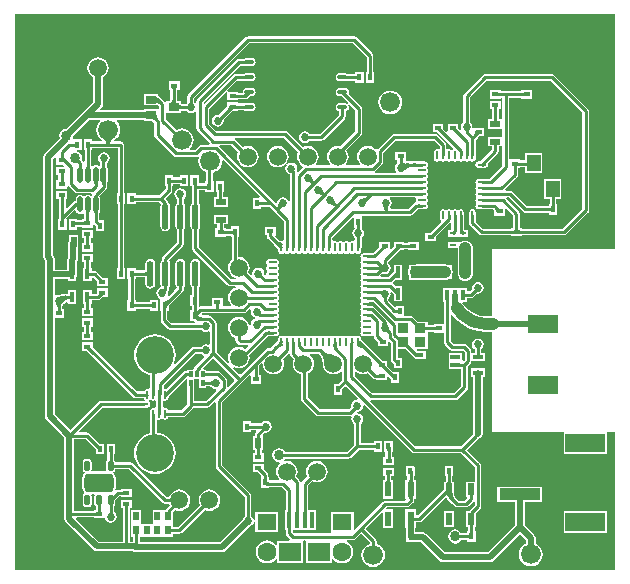
<source format=gtl>
%FSLAX24Y24*%
%MOIN*%
G70*
G01*
G75*
G04 Layer_Physical_Order=1*
G04 Layer_Color=255*
%ADD10C,0.0100*%
%ADD11C,0.0197*%
%ADD12C,0.0197*%
%ADD13C,0.0394*%
%ADD14R,0.0453X0.0551*%
%ADD15R,0.0374X0.0335*%
%ADD16R,0.0217X0.0512*%
%ADD17R,0.1417X0.1417*%
%ADD18O,0.0295X0.0079*%
%ADD19O,0.0079X0.0295*%
%ADD20O,0.0315X0.0157*%
%ADD21R,0.2362X0.1890*%
%ADD22R,0.2598X0.2598*%
%ADD23O,0.0079X0.0315*%
%ADD24O,0.0315X0.0079*%
%ADD25R,0.0157X0.0335*%
%ADD26R,0.0118X0.0193*%
%ADD27R,0.0118X0.0209*%
%ADD28O,0.0098X0.0276*%
%ADD29O,0.0276X0.0098*%
%ADD30R,0.0335X0.0157*%
%ADD31O,0.0217X0.0866*%
%ADD32O,0.0177X0.0532*%
%ADD33R,0.0217X0.0394*%
%ADD34R,0.0157X0.0236*%
%ADD35R,0.0236X0.0157*%
%ADD36R,0.0354X0.0276*%
%ADD37R,0.0354X0.0197*%
%ADD38R,0.0630X0.0551*%
%ADD39R,0.0748X0.0630*%
%ADD40R,0.0157X0.0532*%
%ADD41R,0.0197X0.0354*%
%ADD42R,0.1339X0.0591*%
%ADD43R,0.1378X0.0394*%
%ADD44R,0.0138X0.0394*%
%ADD45R,0.0217X0.0098*%
%ADD46R,0.1024X0.0591*%
%ADD47R,0.0197X0.0315*%
G04:AMPARAMS|DCode=48|XSize=63mil|YSize=98.4mil|CornerRadius=15.7mil|HoleSize=0mil|Usage=FLASHONLY|Rotation=270.000|XOffset=0mil|YOffset=0mil|HoleType=Round|Shape=RoundedRectangle|*
%AMROUNDEDRECTD48*
21,1,0.0630,0.0669,0,0,270.0*
21,1,0.0315,0.0984,0,0,270.0*
1,1,0.0315,-0.0335,-0.0157*
1,1,0.0315,-0.0335,0.0157*
1,1,0.0315,0.0335,0.0157*
1,1,0.0315,0.0335,-0.0157*
%
%ADD48ROUNDEDRECTD48*%
G04:AMPARAMS|DCode=49|XSize=33.5mil|YSize=17.7mil|CornerRadius=4.4mil|HoleSize=0mil|Usage=FLASHONLY|Rotation=270.000|XOffset=0mil|YOffset=0mil|HoleType=Round|Shape=RoundedRectangle|*
%AMROUNDEDRECTD49*
21,1,0.0335,0.0089,0,0,270.0*
21,1,0.0246,0.0177,0,0,270.0*
1,1,0.0089,-0.0044,-0.0123*
1,1,0.0089,-0.0044,0.0123*
1,1,0.0089,0.0044,0.0123*
1,1,0.0089,0.0044,-0.0123*
%
%ADD49ROUNDEDRECTD49*%
%ADD50C,0.0200*%
%ADD51C,0.0150*%
%ADD52C,0.0661*%
%ADD53C,0.0591*%
%ADD54C,0.0591*%
%ADD55C,0.1260*%
%ADD56C,0.0630*%
%ADD57C,0.0270*%
%ADD58C,0.0340*%
%ADD59C,0.0290*%
%ADD60C,0.0300*%
G36*
X43089Y29746D02*
X43355D01*
X43365Y29744D01*
X43365Y29741D01*
D01*
D01*
D01*
D01*
X43367Y29741D01*
X43401Y29710D01*
X43428Y29684D01*
Y29287D01*
X43428Y29287D01*
X43436Y29244D01*
X43461Y29207D01*
X44088Y28580D01*
X44088Y28580D01*
X44125Y28556D01*
X44167Y28547D01*
X44167Y28547D01*
X44820D01*
X44820Y28547D01*
X44863Y28556D01*
X44899Y28580D01*
X44936Y28543D01*
X44919Y28502D01*
X44906Y28400D01*
X44919Y28298D01*
X44959Y28203D01*
X45021Y28121D01*
X45103Y28059D01*
X45161Y28035D01*
Y27728D01*
X45134D01*
Y27662D01*
X44916D01*
Y27928D01*
X44638D01*
Y27572D01*
X44688D01*
Y27550D01*
Y27007D01*
X44679Y27001D01*
X44641Y26945D01*
X44628Y26880D01*
Y26230D01*
X44641Y26164D01*
X44679Y26109D01*
X44688Y26102D01*
Y25500D01*
X44688Y25500D01*
X44696Y25457D01*
X44721Y25421D01*
X45871Y24271D01*
X45871Y24271D01*
X45907Y24246D01*
X45950Y24238D01*
X45950Y24238D01*
X46130D01*
X46140Y24189D01*
X46071Y24160D01*
X45997Y24103D01*
X45940Y24029D01*
X45904Y23943D01*
X45892Y23850D01*
X45904Y23757D01*
X45940Y23671D01*
X45993Y23602D01*
X45971Y23557D01*
X45708D01*
Y23564D01*
X45708D01*
Y23842D01*
X45352D01*
Y23564D01*
D01*
Y23564D01*
X45345Y23557D01*
X44972D01*
X44972Y23557D01*
X44955Y23553D01*
X44916Y23585D01*
Y23928D01*
X44912D01*
Y24193D01*
X44921Y24199D01*
X44959Y24255D01*
X44972Y24320D01*
Y24970D01*
X44959Y25036D01*
X44921Y25091D01*
X44866Y25129D01*
X44800Y25142D01*
X44734Y25129D01*
X44679Y25091D01*
X44641Y25036D01*
X44628Y24970D01*
Y24320D01*
X44641Y24255D01*
X44679Y24199D01*
X44688Y24193D01*
Y23928D01*
X44638D01*
Y23572D01*
X44688D01*
Y23428D01*
X44638D01*
Y23072D01*
X44750D01*
X44779Y23032D01*
X44774Y23012D01*
X44000D01*
X43867Y23145D01*
Y23422D01*
X43916D01*
Y23580D01*
X43972Y23636D01*
X43973Y23637D01*
X43973Y23637D01*
Y23637D01*
X44379Y24044D01*
X44379Y24044D01*
X44404Y24080D01*
X44412Y24123D01*
Y24193D01*
X44421Y24199D01*
X44458Y24255D01*
X44472Y24320D01*
Y24970D01*
X44458Y25036D01*
X44421Y25091D01*
X44366Y25129D01*
X44300Y25142D01*
X44234Y25129D01*
X44179Y25091D01*
X44142Y25036D01*
X44128Y24970D01*
Y24320D01*
X44142Y24255D01*
X44179Y24199D01*
X44100Y24082D01*
X43930Y23911D01*
X43886Y23935D01*
X43899Y24000D01*
X43892Y24036D01*
X43895Y24045D01*
X43904Y24057D01*
X43912Y24100D01*
Y24193D01*
X43921Y24199D01*
X43959Y24255D01*
X43972Y24320D01*
Y24970D01*
X43959Y25036D01*
X43921Y25091D01*
X43964Y25156D01*
X44379Y25571D01*
X44379Y25571D01*
X44404Y25607D01*
X44412Y25650D01*
X44412Y25650D01*
Y26102D01*
X44421Y26109D01*
X44458Y26164D01*
X44472Y26230D01*
Y26880D01*
X44458Y26945D01*
X44421Y27001D01*
X44412Y27007D01*
Y27140D01*
X44441Y27159D01*
X44484Y27224D01*
X44499Y27300D01*
X44484Y27376D01*
X44441Y27441D01*
X44376Y27484D01*
X44300Y27499D01*
X44224Y27484D01*
X44159Y27441D01*
X44116Y27376D01*
X44101Y27300D01*
X44116Y27224D01*
X44159Y27159D01*
X44188Y27140D01*
Y27007D01*
X44179Y27001D01*
X44142Y26945D01*
X44128Y26880D01*
Y26230D01*
X44142Y26164D01*
X44179Y26109D01*
X44188Y26102D01*
Y25696D01*
X43721Y25229D01*
X43696Y25193D01*
X43688Y25150D01*
X43688Y25150D01*
Y25098D01*
X43679Y25091D01*
X43642Y25036D01*
X43628Y24970D01*
Y24320D01*
X43642Y24255D01*
X43656Y24233D01*
X43637Y24186D01*
X43624Y24184D01*
X43559Y24141D01*
X43516Y24076D01*
X43501Y24000D01*
X43516Y23924D01*
X43559Y23859D01*
X43624Y23816D01*
X43638Y23813D01*
Y23778D01*
Y23778D01*
X43638Y23774D01*
X43638Y23774D01*
X43638D01*
Y23422D01*
X43643D01*
Y23099D01*
X43643Y23099D01*
X43651Y23056D01*
X43676Y23019D01*
X43874Y22821D01*
X43874Y22821D01*
X43911Y22796D01*
X43954Y22788D01*
X43954Y22788D01*
X44990D01*
X45009Y22759D01*
X45074Y22716D01*
X45150Y22701D01*
X45226Y22716D01*
X45239Y22725D01*
X45283Y22701D01*
Y22299D01*
X45239Y22275D01*
X45226Y22284D01*
X45150Y22299D01*
X45074Y22284D01*
X45009Y22241D01*
X44990Y22212D01*
X44750D01*
X44750Y22212D01*
X44707Y22204D01*
X44671Y22179D01*
X44671Y22179D01*
X44136Y21644D01*
X44090Y21669D01*
X44130Y21799D01*
X44143Y21934D01*
X44130Y22069D01*
X44090Y22199D01*
X44026Y22319D01*
X43940Y22424D01*
X43835Y22510D01*
X43715Y22574D01*
X43585Y22614D01*
X43450Y22627D01*
X43315Y22614D01*
X43185Y22574D01*
X43065Y22510D01*
X42960Y22424D01*
X42874Y22319D01*
X42810Y22199D01*
X42770Y22069D01*
X42757Y21934D01*
X42770Y21799D01*
X42810Y21669D01*
X42874Y21549D01*
X42960Y21444D01*
X43065Y21357D01*
X43185Y21293D01*
X43289Y21262D01*
Y20869D01*
X43247Y20806D01*
X43205Y20815D01*
X43162Y20806D01*
X43126Y20782D01*
X43102Y20746D01*
X43098Y20727D01*
X42854D01*
X41378Y22203D01*
Y22362D01*
X41022D01*
Y22084D01*
X41180D01*
X42729Y20536D01*
X42729Y20536D01*
X42765Y20511D01*
X42808Y20503D01*
X43098D01*
X43102Y20484D01*
X43120Y20456D01*
X43097Y20412D01*
X41650D01*
X41607Y20404D01*
X41571Y20379D01*
X41571Y20379D01*
X40636Y19445D01*
X40118Y19963D01*
Y23188D01*
X40428D01*
Y23466D01*
X40362D01*
Y23545D01*
X40363D01*
X40370Y23580D01*
X40389Y23609D01*
X40391Y23609D01*
X40400Y23623D01*
X40405Y23624D01*
X40405D01*
X40428Y23654D01*
X40506Y23714D01*
X40514Y23717D01*
X40555Y23689D01*
Y23649D01*
X40833D01*
Y24103D01*
X40555D01*
Y23988D01*
X40484D01*
Y23990D01*
X40472Y23988D01*
X40376D01*
X40333Y23980D01*
X40297Y23955D01*
X40297D01*
X40295Y23957D01*
X40293Y23957D01*
X40293D01*
X40271Y23948D01*
X40271Y23948D01*
Y23948D01*
D01*
X40271Y23948D01*
X40271Y23948D01*
X40268Y23945D01*
X40250Y23949D01*
X40174Y23934D01*
X40162Y23926D01*
X40118Y23949D01*
Y24461D01*
X40555D01*
Y24397D01*
X40833D01*
Y24544D01*
X40845Y24562D01*
X40857Y24624D01*
Y24972D01*
X40866D01*
Y25070D01*
X40878Y25088D01*
X40890Y25150D01*
Y25463D01*
X40904D01*
Y25937D01*
X40587D01*
Y25760D01*
X40576Y25744D01*
X40564Y25682D01*
Y25210D01*
X40543Y25179D01*
X40531Y25117D01*
Y24787D01*
X40118D01*
Y25145D01*
X40106Y25207D01*
X40070Y25260D01*
X40059Y25271D01*
Y28476D01*
X40126Y28542D01*
X40172Y28523D01*
Y28288D01*
X40401D01*
X40429Y28247D01*
X40414Y28212D01*
X40172D01*
Y27934D01*
X40238D01*
Y27766D01*
X40172D01*
Y27488D01*
X40528D01*
Y27542D01*
X40551Y27557D01*
X40574Y27567D01*
X40771Y27371D01*
X40771Y27371D01*
X40807Y27346D01*
X40850Y27338D01*
X40850Y27338D01*
X41338D01*
X41360Y27311D01*
X41350Y27262D01*
X41322Y27247D01*
X41280Y27275D01*
X41222Y27287D01*
X41164Y27275D01*
X41115Y27242D01*
X41073D01*
X41024Y27275D01*
X40966Y27287D01*
X40908Y27275D01*
X40859Y27242D01*
X40826Y27193D01*
X40815Y27135D01*
Y27104D01*
X40808Y27070D01*
X40765Y27061D01*
X40729Y27037D01*
X40531Y26840D01*
X40485Y26859D01*
Y27134D01*
X40528D01*
Y27412D01*
X40172D01*
Y27134D01*
X40261D01*
Y26523D01*
X40261Y26523D01*
X40261Y26523D01*
Y26478D01*
X40234D01*
Y26122D01*
X40512D01*
Y26478D01*
X40512Y26478D01*
X40512D01*
X40504Y26496D01*
X40773Y26764D01*
X40821Y26750D01*
X40826Y26723D01*
X40859Y26674D01*
X40908Y26641D01*
X40966Y26629D01*
X41024Y26641D01*
X41027Y26642D01*
X41078Y26636D01*
X41088Y26630D01*
Y26466D01*
X41022D01*
Y26439D01*
X40866D01*
Y26478D01*
X40588D01*
Y26122D01*
X40866D01*
Y26215D01*
X41022D01*
Y26188D01*
X41378D01*
Y26271D01*
X41424Y26290D01*
X41484Y26230D01*
Y26072D01*
X41762D01*
Y26428D01*
X41603D01*
X41590Y26441D01*
Y26676D01*
X41595Y26688D01*
X41595D01*
X41595Y26688D01*
X41618Y26723D01*
X41629Y26781D01*
Y27135D01*
X41618Y27193D01*
X41595Y27228D01*
X41595Y27228D01*
X41595D01*
X41595Y27236D01*
X41829Y27471D01*
X41829Y27471D01*
X41854Y27507D01*
X41862Y27550D01*
X41862Y27550D01*
Y27633D01*
X41862D01*
X41862Y27633D01*
Y27690D01*
X41874Y27707D01*
X41885Y27765D01*
Y28119D01*
X41874Y28177D01*
X41851Y28212D01*
X41851Y28212D01*
X41851D01*
X41846Y28224D01*
Y28330D01*
X41891Y28359D01*
X41934Y28424D01*
X41949Y28500D01*
X41934Y28576D01*
X41891Y28641D01*
X41826Y28684D01*
X41750Y28699D01*
X41674Y28684D01*
X41609Y28641D01*
X41566Y28576D01*
X41551Y28500D01*
X41566Y28424D01*
X41609Y28359D01*
X41622Y28351D01*
Y28255D01*
X41578Y28231D01*
X41536Y28259D01*
X41478Y28271D01*
X41420Y28259D01*
X41378Y28231D01*
X41334Y28255D01*
Y28772D01*
X41366D01*
Y28838D01*
X42211D01*
Y27328D01*
X42184D01*
Y26972D01*
X42211D01*
Y24828D01*
X42184D01*
Y24472D01*
X42462D01*
Y24828D01*
X42435D01*
Y26972D01*
X42462D01*
Y27328D01*
X42435D01*
Y28927D01*
X42426Y28970D01*
X42402Y29006D01*
X42388Y29016D01*
X42379Y29029D01*
X42343Y29054D01*
X42300Y29062D01*
X42117D01*
X42103Y29110D01*
X42106Y29112D01*
X42105Y29115D01*
X42179Y29171D01*
X42241Y29253D01*
X42281Y29348D01*
X42294Y29450D01*
X42281Y29552D01*
X42241Y29647D01*
X42179Y29729D01*
X42172Y29734D01*
X42188Y29781D01*
X43089D01*
Y29746D01*
D02*
G37*
G36*
X44928Y20846D02*
X45166D01*
Y20890D01*
X45289D01*
Y20889D01*
X45327Y20882D01*
X45358Y20861D01*
X45359Y20859D01*
X45424Y20816D01*
X45489Y20803D01*
X45503Y20756D01*
X45154Y20406D01*
X44762D01*
Y20846D01*
X44772D01*
Y21141D01*
X44928D01*
Y20846D01*
D02*
G37*
G36*
X48910Y21982D02*
X48979Y21891D01*
X49027Y21775D01*
X49043Y21658D01*
X49042Y21650D01*
X49054Y21557D01*
X49090Y21471D01*
X49147Y21397D01*
X49221Y21340D01*
X49307Y21304D01*
X49400Y21292D01*
X49493Y21304D01*
X49579Y21340D01*
X49648Y21393D01*
X49693Y21371D01*
Y21111D01*
X49550Y20968D01*
X49418D01*
Y20612D01*
X49696D01*
Y20797D01*
X49780Y20881D01*
X49830D01*
X50210Y20501D01*
X50200Y20449D01*
X50124Y20434D01*
X50059Y20391D01*
X50016Y20326D01*
X50001Y20250D01*
X50008Y20216D01*
X49924Y20132D01*
X48944D01*
X48540Y20536D01*
Y21324D01*
X48579Y21340D01*
X48653Y21397D01*
X48710Y21471D01*
X48746Y21557D01*
X48758Y21650D01*
X48746Y21743D01*
X48710Y21829D01*
X48653Y21903D01*
X48605Y21941D01*
X48621Y21988D01*
X48902D01*
X48910Y21982D01*
D02*
G37*
G36*
X43359Y20424D02*
X43402Y20415D01*
X43444Y20424D01*
X43486Y20361D01*
Y20239D01*
X43444Y20176D01*
X43402Y20185D01*
X43359Y20176D01*
X43323Y20152D01*
X43299Y20116D01*
X43290Y20074D01*
Y19989D01*
X43289Y19985D01*
Y19338D01*
X43185Y19307D01*
X43065Y19243D01*
X42960Y19156D01*
X42874Y19051D01*
X42810Y18931D01*
X42770Y18801D01*
X42757Y18666D01*
X42770Y18531D01*
X42810Y18401D01*
X42874Y18281D01*
X42960Y18176D01*
X43065Y18090D01*
X43185Y18026D01*
X43315Y17986D01*
X43450Y17973D01*
X43585Y17986D01*
X43715Y18026D01*
X43835Y18090D01*
X43940Y18176D01*
X44026Y18281D01*
X44090Y18401D01*
X44130Y18531D01*
X44143Y18666D01*
X44130Y18801D01*
X44090Y18931D01*
X44026Y19051D01*
X43940Y19156D01*
X43835Y19243D01*
X43715Y19307D01*
X43585Y19346D01*
X43514Y19353D01*
Y19731D01*
X43556Y19794D01*
X43598Y19785D01*
X43641Y19794D01*
X43677Y19818D01*
X43717D01*
X43753Y19794D01*
X43795Y19785D01*
X43838Y19794D01*
X43874Y19818D01*
X43898Y19854D01*
X43902Y19873D01*
X44385D01*
X44385Y19873D01*
X44428Y19881D01*
X44464Y19906D01*
X44729Y20171D01*
X44737Y20182D01*
X45201D01*
X45201Y20182D01*
X45244Y20190D01*
X45280Y20215D01*
X45432Y20367D01*
X45478Y20347D01*
Y18230D01*
X45478Y18230D01*
X45486Y18187D01*
X45511Y18151D01*
X46448Y17214D01*
Y16570D01*
X46419Y16551D01*
X46376Y16486D01*
X46369Y16450D01*
X45612Y15693D01*
X42941D01*
Y15876D01*
X42987D01*
Y15876D01*
X43024Y15876D01*
Y15876D01*
X43341D01*
Y15876D01*
X43379Y15876D01*
Y15876D01*
X43696D01*
Y15876D01*
X43733Y15876D01*
Y15876D01*
X44050D01*
Y15982D01*
X44264D01*
X44264Y15982D01*
X44307Y15990D01*
X44343Y16014D01*
X45110Y16782D01*
X45177Y16754D01*
X45270Y16742D01*
X45363Y16754D01*
X45449Y16790D01*
X45523Y16847D01*
X45580Y16921D01*
X45616Y17007D01*
X45628Y17100D01*
X45616Y17193D01*
X45580Y17279D01*
X45523Y17353D01*
X45449Y17410D01*
X45363Y17446D01*
X45270Y17458D01*
X45177Y17446D01*
X45091Y17410D01*
X45017Y17353D01*
X44960Y17279D01*
X44924Y17193D01*
X44912Y17100D01*
X44924Y17007D01*
X44952Y16940D01*
X44217Y16206D01*
X44050D01*
Y16311D01*
X44050D01*
X44050Y16349D01*
X44050Y16349D01*
Y16349D01*
Y16716D01*
X44114Y16780D01*
X44177Y16754D01*
X44270Y16742D01*
X44363Y16754D01*
X44449Y16790D01*
X44523Y16847D01*
X44580Y16921D01*
X44616Y17007D01*
X44628Y17100D01*
X44616Y17193D01*
X44580Y17279D01*
X44523Y17353D01*
X44449Y17410D01*
X44363Y17446D01*
X44270Y17458D01*
X44177Y17446D01*
X44091Y17410D01*
X44017Y17353D01*
X43960Y17279D01*
X43930Y17207D01*
X43842D01*
X42718Y18330D01*
X42682Y18354D01*
X42639Y18363D01*
X42639Y18363D01*
X42131D01*
Y18374D01*
X42123Y18415D01*
X42099Y18449D01*
X42092Y18454D01*
Y18632D01*
X42119D01*
Y18988D01*
X41841D01*
Y18632D01*
X41868D01*
Y18454D01*
X41861Y18449D01*
X41837Y18415D01*
X41829Y18374D01*
Y18128D01*
X41835Y18098D01*
X41804Y18059D01*
X41369D01*
X41337Y18098D01*
X41343Y18128D01*
Y18374D01*
X41335Y18415D01*
X41312Y18449D01*
X41278Y18472D01*
X41237Y18480D01*
X41148D01*
X41108Y18472D01*
X41073Y18449D01*
X41050Y18415D01*
X41042Y18374D01*
Y18128D01*
X41050Y18087D01*
X41073Y18053D01*
X41108Y18030D01*
X41108Y18030D01*
X41095Y17994D01*
X41095Y17994D01*
X41095D01*
X41047Y17922D01*
X41030Y17837D01*
Y17523D01*
X41047Y17438D01*
X41095Y17366D01*
X41095Y17366D01*
X41095D01*
X41108Y17330D01*
D01*
D01*
X41073Y17307D01*
X41050Y17273D01*
X41042Y17232D01*
Y16986D01*
X41050Y16945D01*
X41073Y16911D01*
X41108Y16888D01*
X41148Y16880D01*
X41237D01*
X41278Y16888D01*
X41312Y16911D01*
X41335Y16945D01*
X41343Y16986D01*
Y17232D01*
X41337Y17262D01*
X41364Y17295D01*
X41414D01*
X41442Y17262D01*
X41436Y17232D01*
Y16986D01*
X41444Y16945D01*
X41467Y16911D01*
X41474Y16906D01*
Y16776D01*
X41408D01*
Y16749D01*
X40763D01*
Y19138D01*
X41139D01*
X41487Y18790D01*
Y18632D01*
X41764D01*
Y18988D01*
X41606D01*
X41265Y19329D01*
X41229Y19354D01*
X41186Y19362D01*
X41186Y19362D01*
X40936D01*
X40917Y19408D01*
X41696Y20188D01*
X43106D01*
X43110Y20189D01*
X43195D01*
X43237Y20197D01*
X43274Y20221D01*
X43298Y20257D01*
X43306Y20300D01*
X43298Y20343D01*
X43274Y20379D01*
X43264Y20385D01*
Y20435D01*
X43283Y20448D01*
X43323D01*
X43359Y20424D01*
D02*
G37*
G36*
X50091Y26517D02*
Y26202D01*
X50095D01*
X50109Y26154D01*
X50089Y26141D01*
X50046Y26076D01*
X50031Y26000D01*
X50046Y25924D01*
X50089Y25859D01*
X50117Y25840D01*
Y25759D01*
X50073Y25735D01*
X50071Y25737D01*
X50033Y25744D01*
X49994Y25737D01*
X49961Y25715D01*
X49959Y25712D01*
X49909D01*
X49907Y25715D01*
X49875Y25737D01*
X49836Y25744D01*
X49797Y25737D01*
X49764Y25715D01*
X49762Y25712D01*
X49712D01*
X49711Y25715D01*
X49678Y25737D01*
X49639Y25744D01*
X49600Y25737D01*
X49567Y25715D01*
X49566Y25712D01*
X49516D01*
X49514Y25715D01*
X49481Y25737D01*
X49442Y25744D01*
X49403Y25737D01*
X49362Y25798D01*
Y25854D01*
X50045Y26536D01*
X50091Y26517D01*
D02*
G37*
G36*
X44507Y21141D02*
X44534Y21130D01*
Y20846D01*
X44538D01*
Y20296D01*
X44339Y20097D01*
X43902D01*
X43898Y20116D01*
X43874Y20152D01*
X43838Y20176D01*
X43795Y20185D01*
X43753Y20176D01*
X43711Y20239D01*
Y20361D01*
X43753Y20424D01*
X43795Y20415D01*
X43838Y20424D01*
X43874Y20448D01*
X43898Y20484D01*
X43907Y20526D01*
Y20568D01*
X44480Y21141D01*
X44507Y21141D01*
D02*
G37*
G36*
X47596Y22561D02*
X47577Y22532D01*
X47569Y22493D01*
Y22432D01*
X47413Y22277D01*
X47407Y22272D01*
X47408Y22271D01*
X47304Y22167D01*
X47232D01*
X47232Y22167D01*
X47189Y22159D01*
X47153Y22135D01*
X47153Y22135D01*
X46310Y21292D01*
X46260D01*
X46062Y21490D01*
X46090Y21532D01*
X46157Y21504D01*
X46250Y21492D01*
X46343Y21504D01*
X46429Y21540D01*
X46503Y21597D01*
X46560Y21671D01*
X46596Y21757D01*
X46608Y21850D01*
X46597Y21938D01*
X47207Y22548D01*
X47207Y22548D01*
X47208Y22547D01*
X47208D01*
X47208Y22547D01*
Y22547D01*
X47225Y22558D01*
X47375D01*
X47418Y22567D01*
X47422Y22569D01*
X47493D01*
X47532Y22577D01*
X47561Y22596D01*
X47596Y22561D01*
D02*
G37*
G36*
X52742Y22688D02*
X53090D01*
Y22368D01*
X53090Y22368D01*
X53099Y22325D01*
X53123Y22288D01*
X53291Y22121D01*
X53291Y22121D01*
X53327Y22096D01*
X53370Y22088D01*
X53724D01*
X53778Y22034D01*
Y21776D01*
X53745Y21744D01*
X53699Y21763D01*
Y22005D01*
X53245D01*
Y21727D01*
Y21471D01*
X53658D01*
Y20906D01*
X53424Y20672D01*
X50690D01*
X50107Y21255D01*
Y21371D01*
X50152Y21393D01*
X50221Y21340D01*
X50307Y21304D01*
X50400Y21292D01*
X50493Y21304D01*
X50560Y21332D01*
X50718Y21174D01*
X50718Y21174D01*
X50754Y21149D01*
X50797Y21141D01*
X50797Y21141D01*
X50832D01*
Y21114D01*
X51188D01*
Y21205D01*
X51234Y21224D01*
X51324Y21134D01*
Y21022D01*
X51602D01*
Y21378D01*
X51398D01*
X51188Y21588D01*
Y21746D01*
X51036D01*
X50524Y22258D01*
X50524Y22258D01*
X50525Y22259D01*
X50516Y22266D01*
X50353Y22429D01*
D01*
X50354Y22430D01*
X50349Y22433D01*
X50331Y22451D01*
Y22493D01*
X50323Y22532D01*
X50304Y22561D01*
X50339Y22596D01*
X50368Y22577D01*
X50407Y22569D01*
X50643D01*
X50682Y22577D01*
X50709Y22595D01*
X50753Y22571D01*
Y22562D01*
X50753Y22562D01*
X50761Y22519D01*
X50786Y22483D01*
X50882Y22387D01*
Y22228D01*
X51238D01*
Y22363D01*
X51284Y22382D01*
X51325Y22341D01*
Y21785D01*
X51325Y21785D01*
X51334Y21742D01*
X51358Y21706D01*
X51414Y21650D01*
Y21492D01*
X51692D01*
Y21848D01*
X51550D01*
Y22146D01*
X51803D01*
X52092Y21858D01*
X52092Y21858D01*
X52122Y21838D01*
Y21798D01*
X52478D01*
Y22076D01*
X52202D01*
X52174Y22117D01*
X52186Y22146D01*
X52552D01*
Y22599D01*
Y22714D01*
X52742D01*
Y22688D01*
D02*
G37*
G36*
X46656Y23456D02*
X46641Y23380D01*
X46656Y23304D01*
X46699Y23239D01*
X46764Y23196D01*
X46796Y23190D01*
Y23140D01*
X46764Y23134D01*
X46699Y23091D01*
X46656Y23026D01*
X46642Y22956D01*
X46593Y22951D01*
X46560Y23029D01*
X46503Y23103D01*
X46429Y23160D01*
X46343Y23196D01*
X46250Y23208D01*
X46157Y23196D01*
X46071Y23160D01*
X45997Y23103D01*
X45940Y23029D01*
X45904Y22943D01*
X45892Y22850D01*
X45904Y22757D01*
X45940Y22671D01*
X45997Y22597D01*
X46071Y22540D01*
X46138Y22512D01*
Y22450D01*
X46138Y22450D01*
X46146Y22407D01*
X46171Y22371D01*
X46231Y22311D01*
X46231Y22311D01*
X46267Y22286D01*
X46310Y22278D01*
X46310Y22278D01*
X46554D01*
X46573Y22232D01*
X46470Y22129D01*
X46429Y22160D01*
X46343Y22196D01*
X46250Y22208D01*
X46157Y22196D01*
X46071Y22160D01*
X45997Y22103D01*
X45940Y22029D01*
X45904Y21943D01*
X45892Y21850D01*
X45904Y21757D01*
X45932Y21690D01*
X45890Y21662D01*
X45507Y22045D01*
Y23001D01*
X45507Y23001D01*
X45499Y23044D01*
X45474Y23081D01*
X45474Y23081D01*
X45331Y23224D01*
X45294Y23249D01*
X45251Y23257D01*
X45251Y23257D01*
X45041D01*
X45009Y23296D01*
X45016Y23331D01*
X45018Y23333D01*
X46418D01*
X46418Y23333D01*
X46461Y23341D01*
X46497Y23365D01*
X46615Y23484D01*
X46656Y23456D01*
D02*
G37*
G36*
X46102Y21133D02*
Y21083D01*
X45903Y20885D01*
X45857Y20904D01*
Y21101D01*
X45849Y21144D01*
X45824Y21181D01*
X45824Y21181D01*
X45628Y21377D01*
X45592Y21401D01*
X45549Y21410D01*
X45549Y21410D01*
X45166D01*
Y21454D01*
X45075D01*
X45055Y21500D01*
X45370Y21815D01*
X45420D01*
X46102Y21133D01*
D02*
G37*
G36*
X45009Y21959D02*
X45074Y21916D01*
X45089Y21913D01*
X45103Y21865D01*
X44771Y21533D01*
X44746Y21496D01*
X44738Y21454D01*
X44534D01*
Y21410D01*
X44478D01*
X44478Y21410D01*
X44435Y21401D01*
X44399Y21377D01*
X43830Y20808D01*
X43795Y20815D01*
X43786Y20813D01*
X43747Y20845D01*
Y20939D01*
X44796Y21988D01*
X44990D01*
X45009Y21959D01*
D02*
G37*
G36*
X44509Y30059D02*
X44574Y30016D01*
X44650Y30001D01*
X44726Y30016D01*
X44791Y30059D01*
X44838Y30028D01*
Y29500D01*
X44838Y29500D01*
X44846Y29457D01*
X44871Y29421D01*
X45292Y28999D01*
X45273Y28953D01*
X45002D01*
X45002Y28953D01*
X44959Y28944D01*
X44922Y28920D01*
X44922Y28920D01*
X44774Y28771D01*
X44641D01*
X44625Y28819D01*
X44629Y28821D01*
X44691Y28903D01*
X44731Y28998D01*
X44744Y29100D01*
X44731Y29202D01*
X44691Y29297D01*
X44629Y29379D01*
X44547Y29441D01*
X44452Y29481D01*
X44350Y29494D01*
X44248Y29481D01*
X44163Y29445D01*
X43812Y29796D01*
Y30002D01*
X43837D01*
Y30002D01*
X44311D01*
Y30084D01*
X44325Y30087D01*
Y30087D01*
Y30088D01*
X44490D01*
X44509Y30059D01*
D02*
G37*
G36*
X48232Y28710D02*
X48204Y28643D01*
X48192Y28550D01*
X48204Y28457D01*
X48240Y28371D01*
X48297Y28297D01*
X48371Y28240D01*
X48372Y28239D01*
X48382Y28190D01*
X48223Y28031D01*
X48176Y28050D01*
D01*
X48184Y28074D01*
Y28074D01*
X48199Y28150D01*
X48184Y28226D01*
X48141Y28291D01*
X48076Y28334D01*
X48000Y28349D01*
X47924Y28334D01*
X47863Y28293D01*
X47828Y28329D01*
X47860Y28371D01*
X47896Y28457D01*
X47908Y28550D01*
X47896Y28643D01*
X47860Y28729D01*
X47803Y28803D01*
X47729Y28860D01*
X47643Y28896D01*
X47550Y28908D01*
X47457Y28896D01*
X47371Y28860D01*
X47297Y28803D01*
X47240Y28729D01*
X47204Y28643D01*
X47192Y28550D01*
X47204Y28457D01*
X47240Y28371D01*
X47297Y28297D01*
X47371Y28240D01*
X47457Y28204D01*
X47550Y28192D01*
X47643Y28204D01*
X47729Y28240D01*
X47803Y28297D01*
X47843Y28267D01*
D01*
X47843Y28266D01*
X47816Y28226D01*
X47801Y28150D01*
X47816Y28074D01*
X47859Y28009D01*
X47924Y27966D01*
X47952Y27961D01*
Y27086D01*
X47904Y27076D01*
X47861Y27141D01*
X47796Y27184D01*
X47720Y27199D01*
X47644Y27184D01*
X47579Y27141D01*
X47536Y27076D01*
X47525Y27019D01*
X47477Y27005D01*
X45590Y28892D01*
X45609Y28938D01*
X46004D01*
X46232Y28710D01*
X46204Y28643D01*
X46192Y28550D01*
X46204Y28457D01*
X46240Y28371D01*
X46297Y28297D01*
X46371Y28240D01*
X46457Y28204D01*
X46550Y28192D01*
X46643Y28204D01*
X46729Y28240D01*
X46803Y28297D01*
X46860Y28371D01*
X46896Y28457D01*
X46908Y28550D01*
X46896Y28643D01*
X46860Y28729D01*
X46803Y28803D01*
X46729Y28860D01*
X46643Y28896D01*
X46550Y28908D01*
X46457Y28896D01*
X46390Y28868D01*
X46129Y29129D01*
X46113Y29140D01*
X46128Y29188D01*
X47754D01*
X48232Y28710D01*
D02*
G37*
G36*
X58790Y25480D02*
X54682D01*
Y23236D01*
X54447D01*
X54443Y23236D01*
X54302Y23249D01*
X54163Y23292D01*
X54034Y23360D01*
X53925Y23450D01*
X53923Y23453D01*
X53699Y23676D01*
X53718Y23723D01*
X53853D01*
Y23838D01*
X53990D01*
X53990Y23838D01*
X54033Y23846D01*
X54069Y23871D01*
X54186Y23988D01*
X54220Y23981D01*
X54296Y23996D01*
X54361Y24039D01*
X54404Y24104D01*
X54419Y24180D01*
X54404Y24256D01*
X54361Y24321D01*
X54296Y24364D01*
X54220Y24379D01*
X54144Y24364D01*
X54079Y24321D01*
X54036Y24256D01*
X54021Y24180D01*
X54028Y24146D01*
X53944Y24062D01*
X53853D01*
Y24177D01*
X53064D01*
Y23723D01*
X53090D01*
Y22965D01*
X52742D01*
Y22939D01*
X52552D01*
Y23054D01*
X52237D01*
X52071Y23219D01*
X52035Y23244D01*
X51992Y23252D01*
X51992Y23252D01*
X51772D01*
Y23588D01*
X51494D01*
Y23566D01*
X51448Y23547D01*
X51227Y23767D01*
X51232Y23817D01*
X51251Y23829D01*
X51294Y23894D01*
X51309Y23970D01*
X51299Y24018D01*
X51343Y24041D01*
X51425Y23960D01*
Y23733D01*
X51683D01*
Y24246D01*
X51456D01*
X51378Y24325D01*
X51377Y24325D01*
Y24363D01*
X51456Y24441D01*
X51683D01*
Y24955D01*
X51425D01*
Y24728D01*
X51252Y24554D01*
X50982D01*
X50963Y24600D01*
X51023Y24660D01*
X51034Y24652D01*
X51110Y24637D01*
X51186Y24652D01*
X51251Y24695D01*
X51294Y24760D01*
X51309Y24836D01*
X51294Y24912D01*
X51251Y24976D01*
X51222Y24995D01*
Y25046D01*
X51610Y25434D01*
X51768D01*
Y25461D01*
X51892D01*
Y25434D01*
X52248D01*
Y25712D01*
X51892D01*
Y25685D01*
X51768D01*
Y25712D01*
X51412D01*
Y25553D01*
X51334Y25476D01*
X51288Y25495D01*
Y25712D01*
X50932D01*
Y25553D01*
X50720Y25342D01*
X50525D01*
X50482Y25333D01*
X50478Y25331D01*
X50407D01*
X50368Y25323D01*
X50339Y25304D01*
X50304Y25339D01*
X50323Y25368D01*
X50331Y25407D01*
Y25478D01*
X50333Y25482D01*
X50342Y25525D01*
Y25840D01*
X50370Y25859D01*
X50413Y25924D01*
X50428Y26000D01*
X50413Y26076D01*
X50370Y26141D01*
X50350Y26154D01*
X50364Y26202D01*
X50368D01*
Y26558D01*
D01*
Y26558D01*
X50398Y26588D01*
X51950D01*
X51950Y26588D01*
X51993Y26596D01*
X52029Y26621D01*
X52197Y26789D01*
X52197Y26789D01*
X52198Y26788D01*
X52198D01*
X52198Y26788D01*
Y26788D01*
X52215Y26799D01*
X52356D01*
X52399Y26807D01*
X52402Y26810D01*
X52464D01*
X52503Y26817D01*
X52536Y26839D01*
X52558Y26872D01*
X52565Y26911D01*
X52558Y26950D01*
X52536Y26983D01*
X52533Y26984D01*
Y27034D01*
X52536Y27036D01*
X52558Y27069D01*
X52565Y27108D01*
X52558Y27147D01*
X52536Y27180D01*
X52533Y27181D01*
Y27231D01*
X52536Y27233D01*
X52558Y27266D01*
X52565Y27305D01*
X52558Y27343D01*
X52536Y27376D01*
X52533Y27378D01*
Y27428D01*
X52536Y27430D01*
X52558Y27463D01*
X52565Y27502D01*
X52558Y27540D01*
X52536Y27573D01*
X52533Y27575D01*
Y27625D01*
X52536Y27627D01*
X52558Y27660D01*
X52565Y27698D01*
X52558Y27737D01*
X52536Y27770D01*
X52533Y27772D01*
Y27822D01*
X52536Y27824D01*
X52558Y27857D01*
X52565Y27895D01*
X52558Y27934D01*
X52536Y27967D01*
X52533Y27969D01*
Y28019D01*
X52536Y28020D01*
X52558Y28053D01*
X52565Y28092D01*
X52558Y28131D01*
X52536Y28164D01*
X52533Y28166D01*
Y28216D01*
X52536Y28217D01*
X52558Y28250D01*
X52565Y28289D01*
X52558Y28328D01*
X52536Y28361D01*
X52503Y28383D01*
X52464Y28390D01*
X52402D01*
X52399Y28393D01*
X52356Y28401D01*
X52132D01*
Y28402D01*
X52119Y28401D01*
X51891D01*
Y28403D01*
X51876Y28401D01*
X51818D01*
Y28434D01*
X51818D01*
Y28712D01*
X51462D01*
Y28434D01*
X51528D01*
Y28330D01*
X51499Y28311D01*
X51456Y28246D01*
X51441Y28170D01*
X51456Y28094D01*
X51481Y28056D01*
X51458Y28012D01*
X50804D01*
X50789Y28060D01*
X50797Y28065D01*
X51035Y28303D01*
X51035Y28303D01*
X51059Y28339D01*
X51067Y28382D01*
Y28689D01*
X51466Y29088D01*
X52754D01*
X52943Y28899D01*
Y28818D01*
X52898Y28795D01*
X52897Y28796D01*
X52858Y28804D01*
X52819Y28796D01*
X52786Y28774D01*
X52764Y28741D01*
X52757Y28702D01*
Y28486D01*
X52764Y28447D01*
X52786Y28414D01*
X52819Y28392D01*
X52858Y28385D01*
X52897Y28392D01*
X52930Y28414D01*
X52931Y28417D01*
X52981D01*
X52983Y28414D01*
X53016Y28392D01*
X53055Y28385D01*
X53094Y28392D01*
X53126Y28414D01*
X53128Y28417D01*
X53178D01*
X53180Y28414D01*
X53213Y28392D01*
X53252Y28385D01*
X53290Y28392D01*
X53323Y28414D01*
X53325Y28417D01*
X53375D01*
X53377Y28414D01*
X53410Y28392D01*
X53448Y28385D01*
X53487Y28392D01*
X53520Y28414D01*
X53522Y28417D01*
X53572D01*
X53574Y28414D01*
X53607Y28392D01*
X53645Y28385D01*
X53684Y28392D01*
X53717Y28414D01*
X53719Y28417D01*
X53769D01*
X53770Y28414D01*
X53803Y28392D01*
X53842Y28385D01*
X53881Y28392D01*
X53914Y28414D01*
X53916Y28417D01*
X53966D01*
X53967Y28414D01*
X54000Y28392D01*
X54039Y28385D01*
X54078Y28392D01*
X54111Y28414D01*
X54133Y28447D01*
X54140Y28486D01*
Y28548D01*
X54143Y28551D01*
X54151Y28594D01*
Y29115D01*
X54213Y29177D01*
X54213Y29177D01*
X54214Y29178D01*
X54270Y29234D01*
X54428D01*
Y29512D01*
X54072D01*
X54072Y29512D01*
Y29512D01*
X54056Y29515D01*
X54039Y29540D01*
D01*
X54024Y29616D01*
X53981Y29681D01*
X53952Y29700D01*
Y30524D01*
X54506Y31078D01*
X56644D01*
X57698Y30024D01*
Y26806D01*
X57041Y26149D01*
X55688D01*
Y26176D01*
X55612D01*
Y26650D01*
X55612Y26650D01*
X55604Y26693D01*
X55579Y26729D01*
X55579Y26729D01*
X55162Y27146D01*
X55181Y27193D01*
X55249D01*
X55721Y26721D01*
X55721Y26721D01*
X55757Y26696D01*
X55800Y26688D01*
X55800Y26688D01*
X56584D01*
Y26622D01*
X56862D01*
Y26978D01*
X56835D01*
Y27131D01*
X57001D01*
Y27803D01*
X56429D01*
Y27131D01*
X56611D01*
Y26978D01*
X56584D01*
Y26912D01*
X55846D01*
X55375Y27384D01*
X55338Y27408D01*
X55295Y27417D01*
X55295Y27417D01*
X55141D01*
X55122Y27463D01*
X55529Y27871D01*
X55529Y27871D01*
X55554Y27907D01*
X55562Y27950D01*
X55562Y27950D01*
Y28184D01*
X55628D01*
Y28211D01*
X55799D01*
Y27997D01*
X56371D01*
Y28669D01*
X55799D01*
Y28435D01*
X55628D01*
Y28462D01*
X55272D01*
D01*
X55272D01*
X55262Y28471D01*
Y30515D01*
X55672D01*
Y30488D01*
X56028D01*
Y30766D01*
X55672D01*
Y30739D01*
X54978D01*
Y30766D01*
X54622D01*
Y30488D01*
X54978D01*
Y30515D01*
X55038D01*
Y29804D01*
X55037Y29804D01*
X55002Y29804D01*
X55002Y29804D01*
Y29804D01*
X54912D01*
Y30134D01*
X54978D01*
Y30412D01*
X54622D01*
Y30134D01*
X54688D01*
Y29804D01*
X54563D01*
Y29487D01*
X55002D01*
X55002Y29487D01*
Y29487D01*
X55037Y29487D01*
X55038Y29486D01*
Y29214D01*
X55037Y29213D01*
X55002Y29213D01*
X55002Y29213D01*
Y29213D01*
X54563D01*
Y28896D01*
X54688D01*
Y28791D01*
X54287Y28390D01*
X54236D01*
X54197Y28383D01*
X54164Y28361D01*
X54142Y28328D01*
X54135Y28289D01*
X54142Y28250D01*
X54164Y28217D01*
X54197Y28195D01*
X54236Y28188D01*
X54298D01*
X54301Y28185D01*
X54344Y28177D01*
X54387Y28185D01*
X54390Y28188D01*
X54452D01*
X54491Y28195D01*
X54524Y28217D01*
X54546Y28250D01*
X54554Y28289D01*
X54546Y28328D01*
X54544Y28330D01*
X54879Y28666D01*
X54879Y28666D01*
X54904Y28702D01*
X54912Y28745D01*
Y28896D01*
X55002D01*
X55002Y28896D01*
Y28896D01*
X55037Y28896D01*
X55038Y28896D01*
Y28250D01*
X54598Y27811D01*
X54344D01*
X54301Y27802D01*
X54298Y27800D01*
X54236D01*
X54197Y27792D01*
X54164Y27770D01*
X54142Y27737D01*
X54135Y27698D01*
X54142Y27660D01*
X54164Y27627D01*
X54167Y27625D01*
Y27575D01*
X54164Y27573D01*
X54142Y27540D01*
X54135Y27502D01*
X54142Y27463D01*
X54164Y27430D01*
X54167Y27428D01*
Y27378D01*
X54164Y27376D01*
X54142Y27343D01*
X54135Y27305D01*
X54142Y27266D01*
X54164Y27233D01*
X54167Y27231D01*
Y27181D01*
X54164Y27180D01*
X54142Y27147D01*
X54135Y27108D01*
X54142Y27069D01*
X54164Y27036D01*
X54167Y27034D01*
Y26984D01*
X54164Y26983D01*
X54142Y26950D01*
X54135Y26911D01*
X54142Y26872D01*
X54164Y26839D01*
X54197Y26817D01*
X54236Y26810D01*
X54298D01*
X54301Y26807D01*
X54344Y26799D01*
X54720D01*
X54754Y26764D01*
X54754Y26764D01*
X54754Y26764D01*
X54770Y26727D01*
X54770D01*
X54770Y26727D01*
X54770Y26727D01*
D01*
X54772Y26716D01*
Y26588D01*
X55128D01*
Y26798D01*
X55174Y26817D01*
X55388Y26604D01*
Y26176D01*
X55332D01*
Y26149D01*
X54386D01*
X54151Y26385D01*
Y26606D01*
X54143Y26649D01*
X54140Y26652D01*
Y26714D01*
X54133Y26753D01*
X54111Y26786D01*
X54078Y26808D01*
X54039Y26815D01*
X54000Y26808D01*
X53967Y26786D01*
X53945Y26753D01*
X53938Y26714D01*
Y26652D01*
X53935Y26649D01*
X53927Y26606D01*
Y26338D01*
X53927Y26338D01*
X53935Y26295D01*
X53960Y26259D01*
X54261Y25958D01*
X54261Y25958D01*
X54297Y25934D01*
X54340Y25925D01*
X55332D01*
Y25898D01*
X55688D01*
Y25925D01*
X57087D01*
X57087Y25925D01*
X57130Y25934D01*
X57166Y25958D01*
X57889Y26681D01*
X57914Y26717D01*
X57922Y26760D01*
X57922Y26760D01*
Y30070D01*
X57914Y30113D01*
X57889Y30149D01*
X57889Y30149D01*
X56769Y31269D01*
X56733Y31294D01*
X56690Y31302D01*
X56690Y31302D01*
X54460D01*
X54417Y31294D01*
X54381Y31269D01*
X54381Y31269D01*
X53761Y30649D01*
X53736Y30613D01*
X53728Y30570D01*
X53728Y30570D01*
Y29700D01*
X53699Y29681D01*
X53656Y29616D01*
X53641Y29540D01*
X53656Y29464D01*
X53615Y29436D01*
X53568Y29483D01*
Y29642D01*
X53212D01*
Y29405D01*
X53166Y29386D01*
X53068Y29483D01*
Y29642D01*
X52712D01*
Y29364D01*
X52870D01*
X53399Y28835D01*
X53394Y28786D01*
X53377Y28774D01*
X53375Y28771D01*
X53325D01*
X53323Y28774D01*
X53290Y28796D01*
X53252Y28804D01*
X53213Y28796D01*
X53211Y28795D01*
X53167Y28818D01*
Y28945D01*
X53167Y28945D01*
X53158Y28988D01*
X53134Y29025D01*
X53134Y29025D01*
X52879Y29279D01*
X52843Y29304D01*
X52800Y29312D01*
X52800Y29312D01*
X51420D01*
X51377Y29304D01*
X51341Y29279D01*
X51341Y29279D01*
X50876Y28815D01*
X50862Y28794D01*
X50812Y28792D01*
X50803Y28803D01*
X50729Y28860D01*
X50643Y28896D01*
X50550Y28908D01*
X50457Y28896D01*
X50371Y28860D01*
X50297Y28803D01*
X50240Y28729D01*
X50204Y28643D01*
X50192Y28550D01*
X50204Y28457D01*
X50240Y28371D01*
X50293Y28302D01*
X50271Y28257D01*
X49829D01*
X49807Y28302D01*
X49860Y28371D01*
X49896Y28457D01*
X49908Y28550D01*
X49896Y28643D01*
X49860Y28729D01*
X49829Y28770D01*
X50329Y29271D01*
X50329Y29271D01*
X50354Y29307D01*
X50362Y29350D01*
Y30155D01*
X50362Y30155D01*
X50354Y30198D01*
X50329Y30234D01*
X50329Y30234D01*
X49915Y30649D01*
X49925Y30700D01*
X49915Y30754D01*
X49884Y30800D01*
X49838Y30831D01*
X49784Y30841D01*
X49626D01*
X49572Y30831D01*
X49526Y30800D01*
X49496Y30754D01*
X49485Y30700D01*
X49496Y30646D01*
X49526Y30600D01*
X49572Y30569D01*
X49626Y30559D01*
X49688D01*
X49892Y30354D01*
X49860Y30316D01*
X49838Y30331D01*
X49784Y30341D01*
X49626D01*
X49572Y30331D01*
X49526Y30300D01*
X49496Y30254D01*
X49485Y30200D01*
X49496Y30146D01*
X49526Y30100D01*
X49572Y30069D01*
X49588Y30066D01*
Y29946D01*
X48954Y29312D01*
X48610D01*
X48591Y29341D01*
X48526Y29384D01*
X48450Y29399D01*
X48374Y29384D01*
X48309Y29341D01*
X48266Y29276D01*
X48251Y29200D01*
X48266Y29124D01*
X48309Y29059D01*
X48374Y29016D01*
X48450Y29001D01*
X48526Y29016D01*
X48591Y29059D01*
X48610Y29088D01*
X49000D01*
X49000Y29088D01*
X49043Y29096D01*
X49079Y29121D01*
X49779Y29821D01*
X49779Y29821D01*
X49804Y29857D01*
X49812Y29900D01*
Y30064D01*
X49838Y30069D01*
X49884Y30100D01*
X49915Y30146D01*
X49925Y30200D01*
X49915Y30254D01*
X49900Y30277D01*
X49938Y30308D01*
X50138Y30109D01*
Y29396D01*
X49638Y28897D01*
X49550Y28908D01*
X49457Y28896D01*
X49371Y28860D01*
X49297Y28803D01*
X49240Y28729D01*
X49204Y28643D01*
X49192Y28550D01*
X49204Y28457D01*
X49240Y28371D01*
X49293Y28302D01*
X49271Y28257D01*
X48829D01*
X48807Y28302D01*
X48860Y28371D01*
X48896Y28457D01*
X48908Y28550D01*
X48896Y28643D01*
X48860Y28729D01*
X48803Y28803D01*
X48729Y28860D01*
X48643Y28896D01*
X48550Y28908D01*
X48457Y28896D01*
X48390Y28868D01*
X47879Y29379D01*
X47843Y29404D01*
X47800Y29412D01*
X47800Y29412D01*
X45496D01*
X45262Y29646D01*
Y30154D01*
X45826Y30717D01*
X45842Y30710D01*
Y30710D01*
X45872Y30698D01*
Y30438D01*
X46228D01*
Y30465D01*
X46472D01*
X46472Y30465D01*
X46515Y30474D01*
X46551Y30498D01*
X46551Y30498D01*
X46553Y30497D01*
X46558Y30505D01*
X46612Y30559D01*
X46674D01*
X46728Y30569D01*
X46774Y30600D01*
X46804Y30646D01*
X46815Y30700D01*
X46804Y30754D01*
X46774Y30800D01*
X46728Y30831D01*
X46674Y30841D01*
X46516D01*
X46462Y30831D01*
X46416Y30800D01*
X46385Y30754D01*
X46375Y30700D01*
X46366Y30689D01*
X46228D01*
Y30716D01*
X45890D01*
X45878Y30746D01*
X45878D01*
X45871Y30762D01*
X46196Y31088D01*
X46434D01*
X46462Y31069D01*
X46516Y31059D01*
X46674D01*
X46728Y31069D01*
X46774Y31100D01*
X46804Y31146D01*
X46815Y31200D01*
X46804Y31254D01*
X46774Y31300D01*
X46728Y31331D01*
X46674Y31341D01*
X46516D01*
X46462Y31331D01*
X46434Y31312D01*
X46150D01*
X46150Y31312D01*
X46107Y31304D01*
X46071Y31279D01*
X46071Y31279D01*
X45108Y30317D01*
X45091Y30324D01*
X45082Y30373D01*
X46296Y31588D01*
X46434D01*
X46462Y31569D01*
X46516Y31559D01*
X46674D01*
X46728Y31569D01*
X46774Y31600D01*
X46804Y31646D01*
X46815Y31700D01*
X46804Y31754D01*
X46774Y31800D01*
X46728Y31831D01*
X46674Y31841D01*
X46516D01*
X46462Y31831D01*
X46434Y31812D01*
X46250D01*
X46250Y31812D01*
X46207Y31804D01*
X46171Y31779D01*
X46171Y31779D01*
X44871Y30479D01*
X44846Y30443D01*
X44838Y30400D01*
X44838Y30400D01*
Y30372D01*
X44806Y30351D01*
X44762Y30375D01*
Y30504D01*
X46596Y32338D01*
X50054D01*
X50515Y31876D01*
Y31378D01*
X50488D01*
Y31022D01*
X50766D01*
Y31378D01*
X50739D01*
Y31923D01*
X50739Y31923D01*
X50731Y31966D01*
X50706Y32002D01*
X50706Y32002D01*
X50179Y32529D01*
X50143Y32554D01*
X50100Y32562D01*
X50100Y32562D01*
X46550D01*
X46550Y32562D01*
X46507Y32554D01*
X46471Y32529D01*
X46471Y32529D01*
X44571Y30629D01*
X44546Y30593D01*
X44538Y30550D01*
X44538Y30550D01*
Y30360D01*
X44509Y30341D01*
X44490Y30312D01*
X44325D01*
Y30313D01*
X44311Y30316D01*
Y30398D01*
X44190D01*
X44187Y30412D01*
X44186D01*
Y30784D01*
X44278D01*
Y31062D01*
X43922D01*
Y30784D01*
X43962D01*
Y30412D01*
X43961D01*
X43958Y30398D01*
X43837D01*
Y30379D01*
X43794Y30366D01*
X43780Y30380D01*
X43780Y30380D01*
X43780Y30380D01*
D01*
X43780Y30381D01*
Y30381D01*
X43772Y30387D01*
X43665Y30494D01*
X43665Y30494D01*
X43661Y30498D01*
X43623Y30535D01*
X43587Y30560D01*
X43563Y30564D01*
Y30654D01*
X43089D01*
Y30258D01*
X43563D01*
X43563Y30258D01*
X43588Y30212D01*
Y30142D01*
X43563D01*
Y30142D01*
X43089D01*
Y30107D01*
X41653D01*
X41634Y30153D01*
X41675Y30195D01*
X41711Y30248D01*
X41723Y30310D01*
Y31193D01*
X41739Y31200D01*
X41813Y31257D01*
X41870Y31331D01*
X41906Y31417D01*
X41918Y31510D01*
X41906Y31603D01*
X41870Y31689D01*
X41813Y31763D01*
X41739Y31820D01*
X41653Y31856D01*
X41560Y31868D01*
X41467Y31856D01*
X41381Y31820D01*
X41307Y31763D01*
X41250Y31689D01*
X41214Y31603D01*
X41202Y31510D01*
X41214Y31417D01*
X41250Y31331D01*
X41307Y31257D01*
X41381Y31200D01*
X41397Y31193D01*
Y30378D01*
X41079Y30059D01*
X40503Y29484D01*
X40500Y29485D01*
X40410Y29467D01*
X40334Y29416D01*
X40283Y29340D01*
X40265Y29250D01*
X40283Y29161D01*
X39781Y28659D01*
X39746Y28606D01*
X39733Y28543D01*
Y25203D01*
X39746Y25141D01*
X39781Y25088D01*
X39792Y25077D01*
Y19895D01*
X39804Y19833D01*
X39840Y19780D01*
X40409Y19210D01*
X40416Y19174D01*
X40437Y19143D01*
Y16660D01*
Y16480D01*
X40449Y16418D01*
X40485Y16365D01*
X41406Y15443D01*
X41459Y15408D01*
X41522Y15395D01*
X42713D01*
X42738Y15379D01*
X42800Y15367D01*
X45680D01*
X45742Y15379D01*
X45795Y15415D01*
X46600Y16219D01*
X46636Y16226D01*
X46701Y16269D01*
X46744Y16334D01*
X46755Y16393D01*
X46805Y16388D01*
Y16029D01*
X47555D01*
Y16700D01*
X46805D01*
Y16432D01*
X46755Y16427D01*
D01*
X46755Y16427D01*
Y16427D01*
X46744Y16486D01*
X46701Y16551D01*
X46672Y16570D01*
Y17260D01*
X46672Y17260D01*
X46664Y17303D01*
X46639Y17339D01*
X46639Y17339D01*
X45702Y18276D01*
Y20367D01*
X46596Y21260D01*
X46642Y21241D01*
Y20986D01*
X46998D01*
Y21263D01*
X46932D01*
Y21597D01*
X46995Y21660D01*
X47042Y21644D01*
X47054Y21557D01*
X47090Y21471D01*
X47147Y21397D01*
X47221Y21340D01*
X47307Y21304D01*
X47400Y21292D01*
X47493Y21304D01*
X47579Y21340D01*
X47653Y21397D01*
X47710Y21471D01*
X47746Y21557D01*
X47758Y21650D01*
X47746Y21743D01*
X47718Y21810D01*
X47894Y21986D01*
X47940Y21986D01*
X47953Y21982D01*
X47961Y21943D01*
X47985Y21907D01*
X48082Y21810D01*
X48054Y21743D01*
X48042Y21650D01*
X48054Y21557D01*
X48090Y21471D01*
X48147Y21397D01*
X48221Y21340D01*
X48307Y21304D01*
X48316Y21303D01*
Y20489D01*
X48316Y20489D01*
X48325Y20446D01*
X48349Y20410D01*
X48818Y19941D01*
X48818Y19941D01*
X48855Y19916D01*
X48898Y19908D01*
X48898Y19908D01*
X49970D01*
X49970Y19908D01*
X49981Y19910D01*
X50016Y19875D01*
X50001Y19800D01*
X50016Y19724D01*
X50059Y19659D01*
X50088Y19640D01*
Y18946D01*
X49854Y18712D01*
X47802D01*
X47766Y18766D01*
X47690Y18817D01*
X47600Y18835D01*
X47510Y18817D01*
X47434Y18766D01*
X47383Y18690D01*
X47365Y18600D01*
X47383Y18510D01*
X47434Y18434D01*
X47510Y18383D01*
X47600Y18365D01*
X47610Y18314D01*
X47597Y18303D01*
X47540Y18229D01*
X47504Y18143D01*
X47492Y18050D01*
X47504Y17957D01*
X47540Y17871D01*
X47593Y17802D01*
X47571Y17757D01*
X47266D01*
Y17878D01*
X47239D01*
Y17946D01*
X47239Y17946D01*
X47231Y17989D01*
X47206Y18025D01*
X47206Y18025D01*
X47078Y18153D01*
Y18312D01*
X46722D01*
Y18034D01*
X46880D01*
X46988Y17926D01*
X46988Y17878D01*
X46988D01*
Y17522D01*
X47266D01*
Y17533D01*
X47685D01*
X47826Y17392D01*
Y16759D01*
X47789D01*
Y16107D01*
X47816D01*
Y15992D01*
X47816Y15992D01*
X47825Y15949D01*
X47849Y15913D01*
X47960Y15801D01*
X47959Y15798D01*
X47930Y15755D01*
X47534D01*
Y15626D01*
X47486Y15610D01*
X47457Y15647D01*
X47379Y15708D01*
X47288Y15745D01*
X47190Y15758D01*
X47092Y15745D01*
X47001Y15708D01*
X46923Y15647D01*
X46862Y15569D01*
X46825Y15478D01*
X46812Y15380D01*
X46825Y15282D01*
X46862Y15191D01*
X46923Y15113D01*
X47001Y15052D01*
X47092Y15015D01*
X47190Y15002D01*
X47288Y15015D01*
X47379Y15052D01*
X47457Y15113D01*
X47486Y15150D01*
X47534Y15134D01*
Y15005D01*
X48402D01*
Y15732D01*
X48402Y15732D01*
X48402D01*
X48402Y15755D01*
X48414Y15768D01*
X48466D01*
X48478Y15755D01*
X48478Y15732D01*
X48478Y15732D01*
X48478D01*
Y15005D01*
X49346D01*
Y15134D01*
X49394Y15150D01*
X49423Y15113D01*
X49501Y15052D01*
X49592Y15015D01*
X49690Y15002D01*
X49788Y15015D01*
X49879Y15052D01*
X49957Y15113D01*
X50018Y15191D01*
X50055Y15282D01*
X50068Y15380D01*
X50055Y15478D01*
X50018Y15569D01*
X49957Y15647D01*
X49879Y15708D01*
X49852Y15719D01*
X49862Y15768D01*
X50040D01*
X50040Y15768D01*
X50083Y15776D01*
X50119Y15801D01*
X50290Y15971D01*
X50340D01*
X50618Y15694D01*
Y15646D01*
X50533Y15611D01*
X50451Y15549D01*
X50389Y15467D01*
X50349Y15372D01*
X50336Y15270D01*
X50349Y15168D01*
X50389Y15073D01*
X50451Y14991D01*
X50533Y14929D01*
X50628Y14889D01*
X50730Y14876D01*
X50832Y14889D01*
X50927Y14929D01*
X51009Y14991D01*
X51071Y15073D01*
X51111Y15168D01*
X51124Y15270D01*
X51111Y15372D01*
X51071Y15467D01*
X51009Y15549D01*
X50927Y15611D01*
X50842Y15646D01*
Y15740D01*
X50842Y15740D01*
X50834Y15783D01*
X50809Y15819D01*
X50809Y15819D01*
X50474Y16155D01*
X51012Y16693D01*
X51058Y16674D01*
Y16162D01*
X51394D01*
Y16794D01*
X51178D01*
X51168Y16816D01*
X51196Y16858D01*
X51860D01*
X51860Y16858D01*
X51903Y16866D01*
X51939Y16891D01*
X52053Y17005D01*
X52078Y17041D01*
X52086Y17084D01*
X52086Y17084D01*
Y17146D01*
X52142D01*
Y17778D01*
X52086D01*
Y17892D01*
X52112D01*
Y18248D01*
X51834D01*
Y17892D01*
X51862D01*
Y17778D01*
X51806D01*
Y17146D01*
X51812D01*
X51822Y17124D01*
X51794Y17082D01*
X51130D01*
X51130Y17082D01*
X51087Y17074D01*
X51051Y17049D01*
X50236Y16234D01*
X50236Y16234D01*
X50121Y16120D01*
X50075Y16139D01*
Y16700D01*
X49325D01*
Y16029D01*
X49325D01*
Y16028D01*
X49290Y15992D01*
X48086D01*
X48040Y16038D01*
Y16107D01*
X48835D01*
Y16759D01*
X48562D01*
Y17604D01*
X48690Y17732D01*
X48757Y17704D01*
X48850Y17692D01*
X48943Y17704D01*
X49029Y17740D01*
X49103Y17797D01*
X49160Y17871D01*
X49196Y17957D01*
X49208Y18050D01*
X49196Y18143D01*
X49160Y18229D01*
X49103Y18303D01*
X49029Y18360D01*
X48943Y18396D01*
X48850Y18408D01*
X48757Y18396D01*
X48671Y18360D01*
X48597Y18303D01*
X48540Y18229D01*
X48504Y18143D01*
X48492Y18050D01*
X48504Y17957D01*
X48532Y17890D01*
X48371Y17729D01*
X48355Y17706D01*
X48344Y17706D01*
X48305Y17714D01*
X48298Y17749D01*
X48273Y17785D01*
X48273Y17785D01*
X48168Y17890D01*
X48196Y17957D01*
X48208Y18050D01*
X48196Y18143D01*
X48160Y18229D01*
X48103Y18303D01*
X48029Y18360D01*
X47943Y18396D01*
X47850Y18408D01*
X47799Y18402D01*
X47772Y18444D01*
X47802Y18488D01*
X49900D01*
X49900Y18488D01*
X49943Y18496D01*
X49979Y18521D01*
X50246Y18788D01*
X50744D01*
Y18722D01*
X51022D01*
Y19078D01*
X50744D01*
Y19012D01*
X50312D01*
Y19640D01*
X50341Y19659D01*
X50384Y19724D01*
X50399Y19800D01*
X50384Y19876D01*
X50341Y19941D01*
X50276Y19984D01*
X50200Y19999D01*
X50169Y19993D01*
X50158Y20013D01*
X50188Y20054D01*
X50200Y20051D01*
X50276Y20066D01*
X50341Y20109D01*
X50384Y20174D01*
X50399Y20250D01*
X50451Y20260D01*
X52006Y18706D01*
X52042Y18681D01*
X52085Y18673D01*
X52085Y18673D01*
X53655D01*
X54110Y18218D01*
Y17719D01*
X53836D01*
Y17205D01*
X53841D01*
X53860Y17159D01*
X53784Y17082D01*
X53576D01*
X53526Y17132D01*
X53526Y17132D01*
X53526Y17132D01*
D01*
Y17132D01*
X53526D01*
X53526Y17133D01*
X53472Y17203D01*
X53438Y17285D01*
X53426Y17373D01*
X53426Y17374D01*
X53426D01*
X53424Y17384D01*
Y17719D01*
X53368D01*
Y17892D01*
X53392D01*
Y18248D01*
X53114D01*
Y17892D01*
X53144D01*
Y17719D01*
X53088D01*
Y17452D01*
X52225Y16590D01*
X52142D01*
Y16794D01*
X51806D01*
Y16162D01*
X51811D01*
Y15873D01*
X51823Y15811D01*
X51838Y15788D01*
Y15692D01*
X52116D01*
Y15707D01*
X52322D01*
X52945Y15085D01*
X52998Y15049D01*
X53060Y15037D01*
X54630D01*
X54692Y15049D01*
X54745Y15085D01*
X55620Y15959D01*
X55817Y15762D01*
Y15645D01*
X55783Y15631D01*
X55701Y15569D01*
X55639Y15487D01*
X55599Y15392D01*
X55586Y15290D01*
X55599Y15188D01*
X55639Y15093D01*
X55701Y15011D01*
X55783Y14949D01*
X55878Y14909D01*
X55980Y14896D01*
X56082Y14909D01*
X56177Y14949D01*
X56259Y15011D01*
X56321Y15093D01*
X56361Y15188D01*
X56374Y15290D01*
X56361Y15392D01*
X56321Y15487D01*
X56259Y15569D01*
X56177Y15631D01*
X56143Y15645D01*
Y15830D01*
X56131Y15892D01*
X56095Y15945D01*
X55783Y16258D01*
Y17039D01*
X56369D01*
Y17553D01*
X54871D01*
Y17039D01*
X55457D01*
Y16258D01*
X54562Y15363D01*
X53128D01*
X52505Y15985D01*
X52452Y16021D01*
X52390Y16033D01*
X52137D01*
Y16162D01*
X52142D01*
Y16366D01*
X52272D01*
X52272Y16366D01*
X52315Y16374D01*
X52351Y16399D01*
X53125Y17173D01*
X53175Y17168D01*
X53177Y17165D01*
X53194Y17148D01*
X53197Y17144D01*
X53197Y17144D01*
X53197Y17144D01*
X53353Y16988D01*
X53366Y16972D01*
X53368Y16974D01*
X53368Y16974D01*
X53451Y16891D01*
X53451Y16891D01*
X53487Y16866D01*
X53530Y16858D01*
X53530Y16858D01*
X53830D01*
X53830Y16858D01*
X53873Y16866D01*
X53909Y16891D01*
X54064Y17045D01*
X54109Y17027D01*
X54110Y17025D01*
Y16938D01*
X53925Y16753D01*
X53913Y16735D01*
X53836D01*
Y16221D01*
X53892D01*
Y16068D01*
X53864D01*
Y16002D01*
X53672D01*
X53636Y16056D01*
X53560Y16107D01*
X53470Y16125D01*
X53380Y16107D01*
X53304Y16056D01*
X53253Y15980D01*
X53235Y15890D01*
X53253Y15800D01*
X53304Y15724D01*
X53380Y15673D01*
X53470Y15655D01*
X53560Y15673D01*
X53636Y15724D01*
X53672Y15778D01*
X53864D01*
Y15712D01*
X54142D01*
Y16068D01*
X54116D01*
Y16221D01*
X54172D01*
Y16683D01*
X54302Y16813D01*
X54302Y16813D01*
X54326Y16849D01*
X54334Y16892D01*
X54334Y16892D01*
Y18264D01*
X54326Y18307D01*
X54302Y18343D01*
X54302Y18344D01*
X53860Y18785D01*
X54222Y19147D01*
X54282Y19159D01*
X54335Y19195D01*
X54371Y19248D01*
X54383Y19310D01*
Y21215D01*
X54447D01*
Y21493D01*
X54300D01*
X54282Y21505D01*
X54220Y21517D01*
X54158Y21505D01*
X54140Y21493D01*
X53993D01*
Y21215D01*
X54057D01*
Y19310D01*
X54059Y19301D01*
X53655Y18897D01*
X52131D01*
X50633Y20396D01*
X50641Y20436D01*
X50646Y20448D01*
X53470D01*
X53470Y20448D01*
X53513Y20456D01*
X53549Y20481D01*
X53849Y20781D01*
X53874Y20817D01*
X53882Y20860D01*
X53882Y20860D01*
Y21564D01*
X53969Y21651D01*
X53969Y21651D01*
X53994Y21687D01*
X54002Y21727D01*
X54447D01*
Y22005D01*
X54332D01*
Y22130D01*
X54361Y22149D01*
X54404Y22214D01*
X54419Y22290D01*
X54404Y22366D01*
X54361Y22431D01*
X54296Y22474D01*
X54220Y22489D01*
X54144Y22474D01*
X54079Y22431D01*
X54036Y22366D01*
X54021Y22290D01*
X54036Y22214D01*
X54079Y22149D01*
X54108Y22130D01*
Y22005D01*
X54002D01*
Y22080D01*
X54002Y22080D01*
X53994Y22123D01*
X53969Y22159D01*
X53969Y22159D01*
X53849Y22279D01*
X53813Y22304D01*
X53770Y22312D01*
X53770Y22312D01*
X53416D01*
X53315Y22414D01*
Y23263D01*
X53361Y23282D01*
X53556Y23087D01*
X53555Y23085D01*
X53705Y22957D01*
X53874Y22854D01*
X54057Y22778D01*
X54249Y22732D01*
X54447Y22716D01*
Y22718D01*
X54682D01*
Y19363D01*
X57076D01*
Y18654D01*
X58534D01*
Y19363D01*
X58790D01*
Y14770D01*
X38790D01*
Y33303D01*
X58790D01*
Y25480D01*
D02*
G37*
G36*
X41628Y29734D02*
X41621Y29729D01*
X41559Y29647D01*
X41519Y29552D01*
X41506Y29450D01*
X41519Y29348D01*
X41559Y29253D01*
X41621Y29171D01*
X41695Y29115D01*
X41694Y29112D01*
X41697Y29110D01*
X41683Y29062D01*
X41366D01*
Y29128D01*
X41088D01*
Y28772D01*
X41110D01*
Y28403D01*
X41062Y28388D01*
X41045Y28413D01*
X41045Y28413D01*
X41022Y28437D01*
X41035Y28500D01*
X41017Y28590D01*
X40966Y28666D01*
X40890Y28717D01*
X40862Y28722D01*
X40867Y28772D01*
X41012D01*
Y29128D01*
X40750D01*
X40718Y29167D01*
X40735Y29250D01*
X40734Y29253D01*
X41262Y29781D01*
X41612D01*
X41628Y29734D01*
D02*
G37*
G36*
X43716Y17015D02*
X43716Y17015D01*
X43752Y16991D01*
X43795Y16983D01*
X43934D01*
X43953Y16936D01*
X43812Y16796D01*
X43804Y16784D01*
X43733D01*
Y16784D01*
X43706Y16784D01*
X43696D01*
Y16784D01*
X43696D01*
X43696D01*
X43379D01*
Y16349D01*
X43379D01*
Y16347D01*
X43343Y16311D01*
X43341D01*
Y16311D01*
X43024D01*
Y16311D01*
X42987D01*
Y16349D01*
X42987D01*
Y16784D01*
X42670D01*
Y16349D01*
X42670D01*
X42670Y16311D01*
X42670D01*
Y15876D01*
X42716D01*
Y15722D01*
X42612D01*
Y16844D01*
X42678D01*
Y17122D01*
X42322D01*
Y16844D01*
X42388D01*
Y15722D01*
X41589D01*
X40832Y16479D01*
X40851Y16525D01*
X41408D01*
Y16498D01*
X41764D01*
Y16498D01*
X41791D01*
X41796Y16474D01*
X41839Y16409D01*
X41904Y16366D01*
X41980Y16351D01*
X42056Y16366D01*
X42121Y16409D01*
X42164Y16474D01*
X42179Y16550D01*
X42164Y16626D01*
X42121Y16691D01*
X42092Y16710D01*
Y16906D01*
X42099Y16911D01*
X42123Y16945D01*
X42131Y16986D01*
Y17101D01*
X42254Y17225D01*
X42322D01*
Y17198D01*
X42678D01*
Y17476D01*
X42322D01*
Y17449D01*
X42208D01*
X42208Y17449D01*
X42169Y17442D01*
X42156Y17455D01*
X42135Y17485D01*
X42143Y17523D01*
Y17837D01*
X42126Y17922D01*
X42078Y17994D01*
X42078Y17994D01*
X42078D01*
X42065Y18030D01*
X42065Y18030D01*
X42099Y18053D01*
X42123Y18087D01*
X42131Y18128D01*
Y18139D01*
X42593D01*
X43716Y17015D01*
D02*
G37*
G36*
X52155Y27148D02*
X52154Y27147D01*
X52146Y27108D01*
X52154Y27069D01*
X52157Y27065D01*
X52138Y27019D01*
X52118Y27015D01*
X52082Y26990D01*
X52082Y26990D01*
X52041Y26949D01*
X52039Y26948D01*
D01*
X52038Y26948D01*
X52038Y26948D01*
X52038Y26948D01*
X52038D01*
X52039Y26947D01*
Y26947D01*
D01*
X51904Y26812D01*
X51322D01*
X51291Y26859D01*
X51334Y26924D01*
X51349Y27000D01*
X51334Y27076D01*
X51291Y27141D01*
X51284Y27145D01*
X51299Y27193D01*
X52132D01*
X52155Y27148D01*
D02*
G37*
G36*
X46940Y27224D02*
X46921Y27178D01*
X46718D01*
Y26822D01*
X46996D01*
Y26888D01*
X47277D01*
X47277Y26888D01*
X47755Y26409D01*
Y25798D01*
X47713Y25736D01*
X47670Y25744D01*
Y25744D01*
X47614Y25756D01*
X47566Y25788D01*
X47566Y25788D01*
X47461Y25893D01*
X47478Y25934D01*
X47478D01*
X47478Y25934D01*
Y26212D01*
X47122D01*
Y25934D01*
X47188D01*
Y25895D01*
X47188Y25895D01*
X47196Y25852D01*
X47221Y25816D01*
X47408Y25629D01*
X47407Y25628D01*
X47413Y25623D01*
X47569Y25468D01*
Y25407D01*
X47577Y25368D01*
X47599Y25335D01*
X47632Y25313D01*
X47670Y25305D01*
X47709Y25313D01*
X47742Y25335D01*
X47744Y25338D01*
X47794D01*
X47796Y25335D01*
X47829Y25313D01*
X47867Y25305D01*
X47906Y25313D01*
X47939Y25335D01*
X47941Y25338D01*
X47991D01*
X47993Y25335D01*
X48025Y25313D01*
X48064Y25305D01*
X48103Y25313D01*
X48136Y25335D01*
X48138Y25338D01*
X48188D01*
X48189Y25335D01*
X48222Y25313D01*
X48261Y25305D01*
X48300Y25313D01*
X48333Y25335D01*
X48334Y25338D01*
X48384D01*
X48386Y25335D01*
X48419Y25313D01*
X48458Y25305D01*
X48497Y25313D01*
X48530Y25335D01*
X48531Y25338D01*
X48581D01*
X48583Y25335D01*
X48616Y25313D01*
X48655Y25305D01*
X48693Y25313D01*
X48726Y25335D01*
X48728Y25338D01*
X48778D01*
X48780Y25335D01*
X48813Y25313D01*
X48852Y25305D01*
X48890Y25313D01*
X48923Y25335D01*
X48925Y25338D01*
X48975D01*
X48977Y25335D01*
X49010Y25313D01*
X49048Y25305D01*
X49087Y25313D01*
X49120Y25335D01*
X49122Y25338D01*
X49172D01*
X49174Y25335D01*
X49207Y25313D01*
X49245Y25305D01*
X49284Y25313D01*
X49317Y25335D01*
X49319Y25338D01*
X49369D01*
X49370Y25335D01*
X49403Y25313D01*
X49442Y25305D01*
X49481Y25313D01*
X49514Y25335D01*
X49516Y25338D01*
X49566D01*
X49567Y25335D01*
X49600Y25313D01*
X49639Y25305D01*
X49678Y25313D01*
X49711Y25335D01*
X49712Y25338D01*
X49762D01*
X49764Y25335D01*
X49797Y25313D01*
X49836Y25305D01*
X49875Y25313D01*
X49907Y25335D01*
X49909Y25338D01*
X49959D01*
X49961Y25335D01*
X49994Y25313D01*
X50033Y25305D01*
X50071Y25313D01*
X50104Y25335D01*
X50106Y25338D01*
X50156D01*
X50158Y25335D01*
X50191Y25313D01*
X50230Y25305D01*
X50268Y25313D01*
X50297Y25332D01*
X50332Y25297D01*
X50313Y25268D01*
X50305Y25230D01*
X50313Y25191D01*
X50335Y25158D01*
X50338Y25156D01*
Y25106D01*
X50335Y25104D01*
X50313Y25071D01*
X50305Y25033D01*
X50313Y24994D01*
X50335Y24961D01*
X50338Y24959D01*
Y24909D01*
X50335Y24907D01*
X50313Y24875D01*
X50305Y24836D01*
X50313Y24797D01*
X50335Y24764D01*
X50338Y24762D01*
Y24712D01*
X50335Y24711D01*
X50313Y24678D01*
X50305Y24639D01*
X50313Y24600D01*
X50335Y24567D01*
X50338Y24566D01*
Y24516D01*
X50335Y24514D01*
X50313Y24481D01*
X50305Y24442D01*
X50313Y24403D01*
X50335Y24370D01*
X50338Y24369D01*
Y24319D01*
X50335Y24317D01*
X50313Y24284D01*
X50305Y24245D01*
X50313Y24207D01*
X50335Y24174D01*
X50338Y24172D01*
Y24122D01*
X50335Y24120D01*
X50313Y24087D01*
X50305Y24048D01*
X50313Y24010D01*
X50335Y23977D01*
X50338Y23975D01*
Y23925D01*
X50335Y23923D01*
X50313Y23890D01*
X50305Y23852D01*
X50313Y23813D01*
X50335Y23780D01*
X50338Y23778D01*
Y23728D01*
X50335Y23726D01*
X50313Y23693D01*
X50305Y23655D01*
X50313Y23616D01*
X50335Y23583D01*
X50338Y23581D01*
Y23531D01*
X50335Y23530D01*
X50313Y23497D01*
X50305Y23458D01*
X50313Y23419D01*
X50335Y23386D01*
X50338Y23384D01*
Y23334D01*
X50335Y23333D01*
X50313Y23300D01*
X50305Y23261D01*
X50313Y23222D01*
X50335Y23189D01*
X50338Y23188D01*
Y23138D01*
X50335Y23136D01*
X50313Y23103D01*
X50305Y23064D01*
X50313Y23025D01*
X50335Y22993D01*
X50338Y22991D01*
Y22941D01*
X50335Y22939D01*
X50313Y22906D01*
X50305Y22867D01*
X50313Y22829D01*
X50335Y22796D01*
X50338Y22794D01*
Y22744D01*
X50335Y22742D01*
X50313Y22709D01*
X50305Y22670D01*
X50313Y22632D01*
X50332Y22603D01*
X50297Y22568D01*
X50268Y22587D01*
X50230Y22595D01*
X50191Y22587D01*
X50158Y22565D01*
X50156Y22562D01*
X50106D01*
X50104Y22565D01*
X50071Y22587D01*
X50033Y22595D01*
X49994Y22587D01*
X49961Y22565D01*
X49959Y22562D01*
X49909D01*
X49907Y22565D01*
X49875Y22587D01*
X49836Y22595D01*
X49797Y22587D01*
X49764Y22565D01*
X49762Y22562D01*
X49712D01*
X49711Y22565D01*
X49678Y22587D01*
X49639Y22595D01*
X49600Y22587D01*
X49567Y22565D01*
X49566Y22562D01*
X49516D01*
X49514Y22565D01*
X49481Y22587D01*
X49442Y22595D01*
X49403Y22587D01*
X49370Y22565D01*
X49369Y22562D01*
X49319D01*
X49317Y22565D01*
X49284Y22587D01*
X49245Y22595D01*
X49207Y22587D01*
X49174Y22565D01*
X49172Y22562D01*
X49122D01*
X49120Y22565D01*
X49087Y22587D01*
X49048Y22595D01*
X49010Y22587D01*
X48977Y22565D01*
X48975Y22562D01*
X48925D01*
X48923Y22565D01*
X48890Y22587D01*
X48852Y22595D01*
X48813Y22587D01*
X48780Y22565D01*
X48778Y22562D01*
X48728D01*
X48726Y22565D01*
X48693Y22587D01*
X48655Y22595D01*
X48616Y22587D01*
X48583Y22565D01*
X48581Y22562D01*
X48531D01*
X48530Y22565D01*
X48497Y22587D01*
X48458Y22595D01*
X48419Y22587D01*
X48386Y22565D01*
X48384Y22562D01*
X48334D01*
X48333Y22565D01*
X48300Y22587D01*
X48261Y22595D01*
X48222Y22587D01*
X48189Y22565D01*
X48188Y22562D01*
X48138D01*
X48136Y22565D01*
X48103Y22587D01*
X48064Y22595D01*
X48025Y22587D01*
X47993Y22565D01*
X47991Y22562D01*
X47941D01*
X47939Y22565D01*
X47906Y22587D01*
X47867Y22595D01*
X47829Y22587D01*
X47796Y22565D01*
X47794Y22562D01*
X47744D01*
X47742Y22565D01*
X47709Y22587D01*
X47670Y22595D01*
X47632Y22587D01*
X47603Y22568D01*
X47568Y22603D01*
X47587Y22632D01*
X47595Y22670D01*
X47587Y22709D01*
X47565Y22742D01*
X47562Y22744D01*
Y22794D01*
X47565Y22796D01*
X47587Y22829D01*
X47595Y22867D01*
X47587Y22906D01*
X47565Y22939D01*
X47562Y22941D01*
Y22991D01*
X47565Y22993D01*
X47587Y23025D01*
X47595Y23064D01*
X47587Y23103D01*
X47565Y23136D01*
X47562Y23138D01*
Y23188D01*
X47565Y23189D01*
X47587Y23222D01*
X47595Y23261D01*
X47587Y23300D01*
X47565Y23333D01*
X47562Y23334D01*
Y23384D01*
X47565Y23386D01*
X47587Y23419D01*
X47595Y23458D01*
X47587Y23497D01*
X47565Y23530D01*
X47562Y23531D01*
Y23581D01*
X47565Y23583D01*
X47587Y23616D01*
X47595Y23655D01*
X47587Y23693D01*
X47565Y23726D01*
X47562Y23728D01*
Y23778D01*
X47565Y23780D01*
X47587Y23813D01*
X47595Y23852D01*
X47587Y23890D01*
X47565Y23923D01*
X47562Y23925D01*
Y23975D01*
X47565Y23977D01*
X47587Y24010D01*
X47595Y24048D01*
X47587Y24087D01*
X47565Y24120D01*
X47562Y24122D01*
Y24172D01*
X47565Y24174D01*
X47587Y24207D01*
X47595Y24245D01*
X47587Y24284D01*
X47565Y24317D01*
X47562Y24319D01*
Y24369D01*
X47565Y24370D01*
X47587Y24403D01*
X47595Y24442D01*
X47587Y24481D01*
X47565Y24514D01*
X47562Y24516D01*
Y24566D01*
X47565Y24567D01*
X47587Y24600D01*
X47595Y24639D01*
X47587Y24678D01*
X47565Y24711D01*
X47562Y24712D01*
Y24762D01*
X47565Y24764D01*
X47587Y24797D01*
X47595Y24836D01*
X47587Y24875D01*
X47565Y24907D01*
X47562Y24909D01*
Y24959D01*
X47565Y24961D01*
X47587Y24994D01*
X47595Y25033D01*
X47587Y25071D01*
X47565Y25104D01*
X47532Y25126D01*
X47493Y25134D01*
X47257D01*
X47218Y25126D01*
X47185Y25104D01*
X47163Y25071D01*
X47156Y25033D01*
X47163Y24994D01*
X47185Y24961D01*
X47188Y24959D01*
Y24909D01*
X47185Y24907D01*
X47163Y24875D01*
X47156Y24836D01*
X47163Y24797D01*
X47185Y24764D01*
X47188Y24762D01*
Y24712D01*
X47185Y24711D01*
X47163Y24678D01*
X47156Y24639D01*
X47160Y24616D01*
X47135Y24603D01*
X47095Y24632D01*
X47099Y24650D01*
X47084Y24726D01*
X47041Y24791D01*
X46976Y24834D01*
X46900Y24849D01*
X46824Y24834D01*
X46759Y24791D01*
X46716Y24726D01*
X46701Y24650D01*
X46707Y24619D01*
X46663Y24595D01*
X46568Y24690D01*
X46596Y24757D01*
X46608Y24850D01*
X46596Y24943D01*
X46560Y25029D01*
X46503Y25103D01*
X46429Y25160D01*
X46343Y25196D01*
X46250Y25208D01*
X46235Y25222D01*
Y25872D01*
X46262D01*
Y26228D01*
X45984D01*
Y26139D01*
X45828D01*
Y26166D01*
X45762D01*
Y26296D01*
X45887D01*
Y26613D01*
X45413D01*
Y26296D01*
X45538D01*
Y26166D01*
X45472D01*
Y25888D01*
X45828D01*
Y25915D01*
X45984D01*
Y25872D01*
X46011D01*
Y25114D01*
X45997Y25103D01*
X45940Y25029D01*
X45904Y24943D01*
X45892Y24850D01*
X45904Y24757D01*
X45940Y24671D01*
X45997Y24597D01*
X46071Y24540D01*
X46140Y24511D01*
X46130Y24462D01*
X45996D01*
X44912Y25546D01*
Y26102D01*
X44921Y26109D01*
X44959Y26164D01*
X44972Y26230D01*
Y26880D01*
X44959Y26945D01*
X44921Y27001D01*
X44912Y27007D01*
Y27438D01*
X45134D01*
Y27372D01*
X45412D01*
Y27728D01*
X45385D01*
Y28017D01*
X45402Y28019D01*
X45497Y28059D01*
X45579Y28121D01*
X45641Y28203D01*
X45681Y28298D01*
X45694Y28400D01*
X45694Y28404D01*
X45738Y28426D01*
X46940Y27224D01*
D02*
G37*
%LPC*%
G36*
X53424Y16735D02*
X53088D01*
Y16221D01*
X53424D01*
Y16735D01*
D02*
G37*
G36*
X58534Y16726D02*
X57076D01*
Y16016D01*
X58534D01*
Y16726D01*
D02*
G37*
G36*
X47150Y19749D02*
X47074Y19734D01*
X47009Y19691D01*
X46990Y19662D01*
X46666D01*
Y19728D01*
X46388D01*
Y19372D01*
X46666D01*
Y19438D01*
X46814D01*
X46833Y19392D01*
X46816Y19375D01*
X46792Y19338D01*
X46783Y19295D01*
X46783Y19295D01*
Y19237D01*
X46737D01*
Y18763D01*
X46788D01*
Y18666D01*
X46722D01*
Y18388D01*
X47078D01*
Y18666D01*
X47012D01*
Y18763D01*
X47054D01*
Y19237D01*
X47054D01*
X47054Y19295D01*
X47116Y19358D01*
X47150Y19351D01*
X47226Y19366D01*
X47291Y19409D01*
X47334Y19474D01*
X47349Y19550D01*
X47334Y19626D01*
X47291Y19691D01*
X47226Y19734D01*
X47150Y19749D01*
D02*
G37*
G36*
X51376Y19078D02*
X51098D01*
Y18722D01*
X51138D01*
Y18536D01*
X51072D01*
Y18258D01*
X51428D01*
Y18536D01*
X51362D01*
Y18722D01*
X51376D01*
Y19078D01*
D02*
G37*
G36*
X51428Y18182D02*
X51072D01*
Y17904D01*
X51114D01*
Y17778D01*
X51058D01*
Y17146D01*
X51394D01*
Y17778D01*
X51338D01*
Y17904D01*
X51428D01*
Y18182D01*
D02*
G37*
G36*
X44562Y27928D02*
X44284D01*
Y27862D01*
X44066D01*
Y27928D01*
X43788D01*
Y27572D01*
X43815D01*
Y27474D01*
X43604Y27262D01*
X42816D01*
Y27328D01*
X42538D01*
Y26972D01*
X42816D01*
Y27038D01*
X43604D01*
X43663Y26978D01*
X43642Y26945D01*
X43628Y26880D01*
Y26230D01*
X43642Y26164D01*
X43679Y26109D01*
X43734Y26071D01*
X43800Y26058D01*
X43866Y26071D01*
X43921Y26109D01*
X43959Y26164D01*
X43972Y26230D01*
Y26880D01*
X43959Y26945D01*
X43921Y27001D01*
X43914Y27006D01*
X43910Y27015D01*
X43909Y27016D01*
X43904Y27043D01*
X43879Y27079D01*
X43809Y27150D01*
X44006Y27348D01*
X44006Y27348D01*
X44031Y27384D01*
X44039Y27427D01*
X44039Y27427D01*
Y27572D01*
X44066D01*
Y27638D01*
X44284D01*
Y27572D01*
X44562D01*
Y27928D01*
D02*
G37*
G36*
X45766Y27728D02*
X45488D01*
Y27372D01*
X45515D01*
Y27217D01*
X45515D01*
Y27217D01*
X45501Y27204D01*
X45413D01*
Y26887D01*
X45887D01*
Y27204D01*
X45743D01*
X45741Y27217D01*
X45739D01*
Y27372D01*
X45766D01*
Y27728D01*
D02*
G37*
G36*
X53645Y26815D02*
X53607Y26808D01*
X53574Y26786D01*
X53572Y26783D01*
X53522D01*
X53520Y26786D01*
X53487Y26808D01*
X53448Y26815D01*
X53410Y26808D01*
X53377Y26786D01*
X53375Y26783D01*
X53325D01*
X53323Y26786D01*
X53290Y26808D01*
X53252Y26815D01*
X53213Y26808D01*
X53180Y26786D01*
X53178Y26783D01*
X53128D01*
X53126Y26786D01*
X53094Y26808D01*
X53055Y26815D01*
X53016Y26808D01*
X52983Y26786D01*
X52961Y26753D01*
X52953Y26714D01*
Y26498D01*
X52961Y26459D01*
X52983Y26426D01*
X52985Y26425D01*
X52989Y26375D01*
X52630Y26016D01*
X52472D01*
Y25738D01*
X52828D01*
Y25897D01*
X53290Y26359D01*
X53336Y26339D01*
Y26112D01*
X53330Y26106D01*
X53211D01*
Y25888D01*
X53365D01*
X53380Y25885D01*
X53394Y25888D01*
X53699D01*
X53714Y25885D01*
X53729Y25888D01*
X53882D01*
Y26106D01*
X53764D01*
X53757Y26112D01*
Y26606D01*
X53749Y26649D01*
X53747Y26652D01*
Y26714D01*
X53739Y26753D01*
X53717Y26786D01*
X53684Y26808D01*
X53645Y26815D01*
D02*
G37*
G36*
X50412Y31378D02*
X50134D01*
Y31312D01*
X49866D01*
X49838Y31331D01*
X49784Y31341D01*
X49626D01*
X49572Y31331D01*
X49526Y31300D01*
X49496Y31254D01*
X49485Y31200D01*
X49496Y31146D01*
X49526Y31100D01*
X49572Y31069D01*
X49626Y31059D01*
X49784D01*
X49838Y31069D01*
X49866Y31088D01*
X50134D01*
Y31022D01*
X50412D01*
Y31378D01*
D02*
G37*
G36*
X46228Y30362D02*
X45872D01*
Y30236D01*
X45871Y30235D01*
X45871Y30235D01*
X45866Y30225D01*
X45584Y29942D01*
X45550Y29949D01*
X45474Y29934D01*
X45409Y29891D01*
X45366Y29826D01*
X45351Y29750D01*
X45366Y29674D01*
X45409Y29609D01*
X45474Y29566D01*
X45550Y29551D01*
X45626Y29566D01*
X45691Y29609D01*
X45734Y29674D01*
X45749Y29750D01*
X45742Y29784D01*
X46032Y30074D01*
X46034Y30072D01*
Y30072D01*
X46034Y30072D01*
X46034Y30072D01*
X46034Y30073D01*
X46034D01*
X46039Y30081D01*
X46043Y30084D01*
X46228D01*
Y30111D01*
X46409D01*
X46416Y30100D01*
X46462Y30069D01*
X46516Y30059D01*
X46674D01*
X46728Y30069D01*
X46774Y30100D01*
X46804Y30146D01*
X46815Y30200D01*
X46804Y30254D01*
X46774Y30300D01*
X46728Y30331D01*
X46674Y30341D01*
X46516D01*
X46484Y30335D01*
X46228D01*
Y30362D01*
D02*
G37*
G36*
X51300Y30754D02*
X51198Y30741D01*
X51103Y30701D01*
X51021Y30639D01*
X50959Y30557D01*
X50919Y30462D01*
X50906Y30360D01*
X50919Y30258D01*
X50959Y30163D01*
X51021Y30081D01*
X51103Y30019D01*
X51198Y29979D01*
X51300Y29966D01*
X51402Y29979D01*
X51497Y30019D01*
X51579Y30081D01*
X51641Y30163D01*
X51681Y30258D01*
X51694Y30360D01*
X51681Y30462D01*
X51641Y30557D01*
X51579Y30639D01*
X51497Y30701D01*
X51402Y30741D01*
X51300Y30754D01*
D02*
G37*
G36*
X41378Y26112D02*
X41022D01*
Y25834D01*
X41088D01*
Y25666D01*
X41022D01*
Y25388D01*
X41378D01*
Y25666D01*
X41312D01*
Y25834D01*
X41378D01*
Y26112D01*
D02*
G37*
G36*
Y25312D02*
X41022D01*
Y25034D01*
X41094D01*
Y24851D01*
X41067D01*
Y24397D01*
X41345D01*
Y24512D01*
X41407D01*
X41522Y24397D01*
Y24238D01*
X41878D01*
Y24516D01*
X41720D01*
X41532Y24703D01*
X41496Y24728D01*
X41453Y24736D01*
X41453Y24736D01*
X41345D01*
Y24851D01*
X41318D01*
Y25034D01*
X41378D01*
Y25312D01*
D02*
G37*
G36*
X41878Y24162D02*
X41522D01*
Y24003D01*
X41507Y23988D01*
X41345D01*
Y24103D01*
X41067D01*
Y23649D01*
X41088D01*
Y23516D01*
X41022D01*
Y23238D01*
X41378D01*
Y23516D01*
X41312D01*
Y23649D01*
X41345D01*
Y23764D01*
X41553D01*
X41553Y23764D01*
X41596Y23772D01*
X41632Y23797D01*
X41720Y23884D01*
X41878D01*
Y24162D01*
D02*
G37*
G36*
X41378Y23162D02*
X41022D01*
Y22884D01*
X41088D01*
Y22716D01*
X41022D01*
Y22438D01*
X41378D01*
Y22716D01*
X41312D01*
Y22884D01*
X41378D01*
Y23162D01*
D02*
G37*
G36*
X43300Y25142D02*
X43234Y25129D01*
X43179Y25091D01*
X43141Y25036D01*
X43128Y24970D01*
Y24762D01*
X42816D01*
Y24828D01*
X42538D01*
Y24472D01*
X42565D01*
Y23778D01*
X42538D01*
Y23422D01*
X42816D01*
Y23488D01*
X43284D01*
Y23422D01*
X43562D01*
Y23778D01*
X43284D01*
Y23712D01*
X42816D01*
Y23778D01*
X42789D01*
Y24472D01*
X42816D01*
Y24538D01*
X43128D01*
Y24320D01*
X43141Y24255D01*
X43179Y24199D01*
X43234Y24162D01*
X43300Y24149D01*
X43366Y24162D01*
X43421Y24199D01*
X43458Y24255D01*
X43472Y24320D01*
Y24970D01*
X43458Y25036D01*
X43421Y25091D01*
X43366Y25129D01*
X43300Y25142D01*
D02*
G37*
G36*
X53120Y24957D02*
X52150D01*
X52133Y24955D01*
X51937D01*
Y24842D01*
X51926Y24828D01*
X51900Y24765D01*
X51891Y24698D01*
X51900Y24631D01*
X51926Y24569D01*
X51937Y24554D01*
Y24441D01*
X52133D01*
X52150Y24439D01*
X53120D01*
X53187Y24448D01*
X53242Y24471D01*
X53341D01*
Y24564D01*
X53344Y24569D01*
X53370Y24631D01*
X53379Y24698D01*
X53370Y24765D01*
X53344Y24828D01*
X53341Y24832D01*
Y24925D01*
X53242D01*
X53187Y24948D01*
X53120Y24957D01*
D02*
G37*
G36*
X53800Y25749D02*
X53733Y25740D01*
X53670Y25714D01*
X53668Y25712D01*
X53211D01*
Y25494D01*
X53537D01*
X53541Y25490D01*
Y24670D01*
X53550Y24603D01*
X53575Y24541D01*
Y24471D01*
X53638D01*
X53670Y24446D01*
X53733Y24420D01*
X53800Y24411D01*
X53867Y24420D01*
X53930Y24446D01*
X53983Y24487D01*
X54024Y24540D01*
X54050Y24603D01*
X54059Y24670D01*
Y25490D01*
X54050Y25557D01*
X54024Y25620D01*
X53983Y25673D01*
X53930Y25714D01*
X53867Y25740D01*
X53800Y25749D01*
D02*
G37*
%LPD*%
D10*
X44325Y30200D02*
G03*
X44175Y30138I0J-212D01*
G01*
Y30262D02*
G03*
X44325Y30200I150J150D01*
G01*
X44074Y30412D02*
G03*
X44136Y30262I212J0D01*
G01*
X44012D02*
G03*
X44074Y30412I-150J150D01*
G01*
X43448Y29822D02*
G03*
X43365Y29856I-83J-83D01*
G01*
X43453Y29943D02*
G03*
X43540Y29730I297J-3D01*
G01*
X43075Y29944D02*
G03*
X43225Y30006I0J212D01*
G01*
Y29882D02*
G03*
X43075Y29944I-150J-150D01*
G01*
X43544Y30456D02*
G03*
X43435Y30402I0J-138D01*
G01*
Y30510D02*
G03*
X43544Y30456I109J84D01*
G01*
X43700Y30300D02*
G03*
X43393Y30373I-212J-212D01*
G01*
X43585Y30415D02*
G03*
X43362Y30467I-155J-155D01*
G01*
X45953Y30153D02*
G03*
X45982Y30223I-70J70D01*
G01*
X44074Y30821D02*
G03*
X44040Y30903I-115J0D01*
G01*
X46188Y19000D02*
G03*
X46270Y19034I0J117D01*
G01*
Y18966D02*
G03*
X46188Y19000I-83J-83D01*
G01*
X46900Y18793D02*
G03*
X46861Y18887I-133J0D01*
G01*
X46930D02*
G03*
X46900Y18816I71J-71D01*
G01*
X46895Y19196D02*
G03*
X46930Y19113I117J0D01*
G01*
X46861D02*
G03*
X46895Y19196I-83J83D01*
G01*
X43800Y27000D02*
G03*
X43836Y26925I95J0D01*
G01*
X43764D02*
G03*
X43800Y27000I-59J75D01*
G01*
X43171Y24650D02*
G03*
X43259Y24686I0J125D01*
G01*
Y24604D02*
G03*
X43148Y24650I-111J-111D01*
G01*
X51226Y17936D02*
G03*
X51190Y18023I-122J0D01*
G01*
X51250Y18760D02*
G03*
X51217Y18840I-113J0D01*
G01*
X51974Y17174D02*
G03*
X51933Y17273I-141J0D01*
G01*
X52015D02*
G03*
X51974Y17174I99J-99D01*
G01*
Y17750D02*
G03*
X52015Y17651I141J0D01*
G01*
X51933D02*
G03*
X51974Y17750I-99J99D01*
G01*
X51600D02*
G03*
X51641Y17651I141J0D01*
G01*
X51559D02*
G03*
X51600Y17750I-99J99D01*
G01*
X51226D02*
G03*
X51267Y17651I141J0D01*
G01*
X51185D02*
G03*
X51226Y17750I-99J99D01*
G01*
X54004Y17233D02*
G03*
X53963Y17332I-141J0D01*
G01*
X54045D02*
G03*
X54004Y17233I99J-99D01*
G01*
X53630Y17691D02*
G03*
X53671Y17592I141J0D01*
G01*
X53589D02*
G03*
X53630Y17691I-99J99D01*
G01*
X53256Y17244D02*
G03*
X53217Y17330I-115J0D01*
G01*
X53295D02*
G03*
X53256Y17244I76J-86D01*
G01*
X53314Y17374D02*
G03*
X53447Y17053I453J0D01*
G01*
X53214Y17374D02*
G03*
X53276Y17224I212J0D01*
G01*
X53256Y17691D02*
G03*
X53297Y17592I141J0D01*
G01*
X53215D02*
G03*
X53256Y17691I-99J99D01*
G01*
X54004Y16249D02*
G03*
X53963Y16348I-141J0D01*
G01*
X54045D02*
G03*
X54004Y16249I99J-99D01*
G01*
X53630Y17906D02*
G03*
X53587Y18010I-147J0D01*
G01*
X46103Y25990D02*
G03*
X46014Y26027I-89J-89D01*
G01*
X46500Y25886D02*
G03*
X46457Y25990I-147J0D01*
G01*
X47487Y25708D02*
G03*
X47670Y25632I183J183D01*
G01*
X47658Y25538D02*
G03*
X47670Y25532I13J13D01*
G01*
X50772Y23612D02*
G03*
X50643Y23665I-129J-129D01*
G01*
X50729Y23655D02*
G03*
X50637Y23664I-51J-51D01*
G01*
X50722Y23436D02*
G03*
X50643Y23468I-79J-79D01*
G01*
X50700Y23458D02*
G03*
X50638Y23467I-37J-37D01*
G01*
X50444Y22179D02*
G03*
X50230Y22268I-215J-215D01*
G01*
X50274Y22349D02*
G03*
X50230Y22368I-44J-44D01*
G01*
X50025Y22265D02*
G03*
X49995Y22191I73J-73D01*
G01*
X49432Y22257D02*
G03*
X49478Y22145I158J0D01*
G01*
X49433Y22263D02*
G03*
X49442Y22181I55J-35D01*
G01*
X47670Y22268D02*
G03*
X47487Y22192I0J-259D01*
G01*
X47670Y22368D02*
G03*
X47658Y22362I0J-18D01*
G01*
X47263Y22679D02*
G03*
X47170Y22670I-41J-60D01*
G01*
X47257Y22681D02*
G03*
X47127Y22627I0J-183D01*
G01*
X45650Y26338D02*
G03*
X45616Y26420I-117J0D01*
G01*
X45684D02*
G03*
X45650Y26338I83J-83D01*
G01*
X45627Y27217D02*
G03*
X45684Y27080I195J0D01*
G01*
X43797Y23540D02*
G03*
X43755Y23438I103J-103D01*
G01*
X43777Y23668D02*
G03*
X43893Y23716I0J164D01*
G01*
X44800Y27586D02*
G03*
X44757Y27690I-147J0D01*
G01*
X41226Y23767D02*
G03*
X41200Y23704I63J-63D01*
G01*
X41206Y25089D02*
G03*
X41180Y25153I-90J0D01*
G01*
X40410Y27253D02*
G03*
X40373Y27164I89J-89D01*
G01*
X40873Y26958D02*
G03*
X40939Y26985I0J93D01*
G01*
Y26931D02*
G03*
X40873Y26958I-66J-66D01*
G01*
X41249Y26753D02*
G03*
X41200Y26634I119J-119D01*
G01*
X41478Y27228D02*
G03*
X41505Y27162I93J0D01*
G01*
X41451D02*
G03*
X41478Y27228I-66J66D01*
G01*
Y26688D02*
G03*
X41451Y26753I-93J0D01*
G01*
X41505D02*
G03*
X41478Y26688I66J-66D01*
G01*
X40966Y28212D02*
G03*
X40993Y28147I93J0D01*
G01*
X40939D02*
G03*
X40966Y28212I-66J66D01*
G01*
X41222D02*
G03*
X41249Y28147I93J0D01*
G01*
X41195D02*
G03*
X41222Y28212I-66J66D01*
G01*
X41478Y27672D02*
G03*
X41451Y27738I-93J0D01*
G01*
X41505D02*
G03*
X41478Y27672I66J-66D01*
G01*
X41750Y27633D02*
G03*
X41707Y27738I-148J0D01*
G01*
X41734Y28212D02*
G03*
X41761Y28147I93J0D01*
G01*
X41707D02*
G03*
X41734Y28212I-66J66D01*
G01*
X41247Y28890D02*
G03*
X41222Y28829I61J-61D01*
G01*
X40747Y26360D02*
G03*
X40826Y26327I79J79D01*
G01*
X54452Y27885D02*
G03*
X54507Y27907I0J78D01*
G01*
X52248Y26922D02*
G03*
X52118Y26868I0J-183D01*
G01*
X53656Y28702D02*
G03*
X53631Y28761I-83J0D01*
G01*
X54800Y29762D02*
G03*
X54834Y29680I117J0D01*
G01*
X54766D02*
G03*
X54800Y29762I-83J83D01*
G01*
X54882Y26727D02*
G03*
X54834Y26843I-164J0D01*
G01*
X54134Y29257D02*
G03*
X54182Y29373I-116J116D01*
G01*
X43599Y20703D02*
G03*
X43635Y20791I-88J88D01*
G01*
X40747Y25090D02*
G03*
X40694Y24961I129J-129D01*
G01*
X40780Y25587D02*
G03*
X40727Y25461I126J-126D01*
G01*
X44757Y23810D02*
G03*
X44800Y23914I-104J104D01*
G01*
Y23586D02*
G03*
X44757Y23690I-147J0D01*
G01*
X44797Y23231D02*
G03*
X45005Y23145I208J208D01*
G01*
X44806Y23214D02*
G03*
X44882Y23145I76J8D01*
G01*
X44777Y23318D02*
G03*
X44893Y23366I0J164D01*
G01*
X44757Y23310D02*
G03*
X44800Y23414I-104J104D01*
G01*
X44882Y23145D02*
G03*
X44780Y23182I-91J-91D01*
G01*
X47071Y26377D02*
G03*
X47240Y26447I0J240D01*
G01*
X47147Y17681D02*
G03*
X47235Y17645I87J87D01*
G01*
X52211Y18186D02*
G03*
X52327Y18138I116J116D01*
G01*
X49725Y30180D02*
G03*
X49700Y30118I61J-61D01*
G01*
X46472Y30577D02*
G03*
X46490Y30687I-68J68D01*
G01*
X41900Y28950D02*
G03*
X41754Y29210I-305J0D01*
G01*
X42046D02*
G03*
X41900Y28950I159J-260D01*
G01*
X48981Y22069D02*
G03*
X49400Y21895I419J419D01*
G01*
X49152Y21898D02*
G03*
X49400Y21795I248J248D01*
G01*
X49155Y21650D02*
G03*
X48981Y22069I-592J0D01*
G01*
X49255Y21650D02*
G03*
X49152Y21898I-351J0D01*
G01*
X51759Y28289D02*
G03*
X51724Y28183I88J-88D01*
G01*
X51653Y28254D02*
G03*
X51759Y28289I19J123D01*
G01*
X52132Y28289D02*
G03*
X51700Y28110I0J-611D01*
G01*
X51891Y28289D02*
G03*
X51629Y28181I0J-370D01*
G01*
X47575Y26855D02*
G03*
X47635Y27000I-145J145D01*
G01*
X47720Y26915D02*
G03*
X47575Y26855I0J-205D01*
G01*
X46959Y23261D02*
G03*
X46853Y23296I-88J-88D01*
G01*
X46924Y23367D02*
G03*
X46959Y23261I123J-19D01*
G01*
X46954Y23064D02*
G03*
X46924Y22966I78J-78D01*
G01*
X46856Y23034D02*
G03*
X46954Y23064I20J109D01*
G01*
X49850Y31700D02*
G03*
X50097Y31803I0J350D01*
G01*
Y31597D02*
G03*
X49850Y31700I-248J-248D01*
G01*
X51150Y26795D02*
G03*
X51090Y26940I-205J0D01*
G01*
X51210D02*
G03*
X51150Y26795I145J-145D01*
G01*
X50495Y27145D02*
G03*
X50435Y27000I145J-145D01*
G01*
X50350Y27085D02*
G03*
X50495Y27145I0J205D01*
G01*
X48695Y27705D02*
G03*
X48550Y27765I-145J-145D01*
G01*
X48635Y27850D02*
G03*
X48695Y27705I205J0D01*
G01*
X49053Y27302D02*
G03*
X48900Y27365I-153J-153D01*
G01*
X48985Y27450D02*
G03*
X49042Y27313I194J0D01*
G01*
X49445Y26955D02*
G03*
X49300Y27015I-145J-145D01*
G01*
X49385Y27100D02*
G03*
X49445Y26955I205J0D01*
G01*
X51405Y15870D02*
G03*
X51260Y15810I0J-205D01*
G01*
Y15930D02*
G03*
X51405Y15870I145J145D01*
G01*
X54610Y28092D02*
G03*
X54750Y28150I0J198D01*
G01*
X43800Y24100D02*
G03*
X43781Y24025I53J-53D01*
G01*
X43725Y24081D02*
G03*
X43800Y24100I22J72D01*
G01*
X40895Y23395D02*
G03*
X40835Y23250I145J-145D01*
G01*
X40750Y23335D02*
G03*
X40895Y23395I0J205D01*
G01*
X40605Y23105D02*
G03*
X40665Y23250I-145J145D01*
G01*
X40750Y23165D02*
G03*
X40605Y23105I0J-205D01*
G01*
X40694Y23876D02*
G03*
X40316Y23696I0J-488D01*
G01*
X40484Y23876D02*
G03*
X40238Y23759I0J-316D01*
G01*
X40376Y23876D02*
G03*
X40335Y23759I102J-102D01*
G01*
X40259Y23835D02*
G03*
X40376Y23876I15J143D01*
G01*
X40250Y23545D02*
G03*
X40190Y23690I-205J0D01*
G01*
X40310D02*
G03*
X40250Y23545I145J-145D01*
G01*
X47121Y26377D02*
G03*
X46910Y26290I0J-298D01*
G01*
Y26410D02*
G03*
X46990Y26377I80J80D01*
G01*
X45300Y21002D02*
G03*
X45440Y21060I0J197D01*
G01*
Y20940D02*
G03*
X45289Y21002I-151J-151D01*
G01*
X46645Y25355D02*
G03*
X46500Y25415I-145J-145D01*
G01*
X46585Y25500D02*
G03*
X46645Y25355I205J0D01*
G01*
X46500Y25705D02*
G03*
X46560Y25560I205J0D01*
G01*
X46440D02*
G03*
X46500Y25705I-145J145D01*
G01*
X45650Y25455D02*
G03*
X45710Y25310I205J0D01*
G01*
X45590D02*
G03*
X45650Y25455I-145J145D01*
G01*
X46055Y19000D02*
G03*
X45910Y18940I0J-205D01*
G01*
Y19060D02*
G03*
X46055Y19000I145J145D01*
G01*
X45850Y19205D02*
G03*
X45910Y19060I205J0D01*
G01*
X45790D02*
G03*
X45850Y19205I-145J145D01*
G01*
X44902Y20778D02*
G03*
X45150Y20675I248J248D01*
G01*
X51052Y22912D02*
G03*
X51110Y23047I-128J136D01*
G01*
D02*
G03*
X51168Y22912I187J0D01*
G01*
X52650Y25877D02*
X53252Y26479D01*
Y26606D01*
X50230Y22375D02*
X50248D01*
X51010Y21613D01*
Y21607D02*
Y21613D01*
X50797Y21253D02*
X51010D01*
X50400Y21650D02*
X50797Y21253D01*
X53380Y25997D02*
X53448Y26066D01*
Y26606D01*
X53645Y26066D02*
X53714Y25997D01*
X53645Y26066D02*
Y26606D01*
X53202Y22368D02*
Y23950D01*
X51040Y24836D02*
X51110D01*
X50525D02*
X51040D01*
X50843Y25033D02*
X51040Y24836D01*
X50525Y25033D02*
X50843D01*
X50843Y24639D02*
X51040Y24836D01*
X50525Y24639D02*
X50843D01*
X51032Y24048D02*
X51110Y23970D01*
X50525Y24048D02*
X51032D01*
X52305Y22826D02*
X52920D01*
X52171Y21937D02*
X52300D01*
X51735Y22374D02*
X52171Y21937D01*
X50525Y23261D02*
X50670D01*
X50700Y23458D02*
X51110Y23047D01*
X50525Y23458D02*
X50700D01*
X51677Y22374D02*
X51735D01*
X51438Y22613D02*
X51677Y22374D01*
X51438Y22613D02*
Y22946D01*
X50525Y23655D02*
X50729D01*
X51992Y23140D02*
X52305Y22826D01*
X50525Y23852D02*
X50758D01*
X44800Y23273D02*
Y24645D01*
X44777Y23250D02*
X44882Y23145D01*
X45251D01*
X45395Y23001D01*
X44850Y21454D02*
X45395Y21999D01*
X44850Y21298D02*
Y21454D01*
X44800Y23273D02*
X44972Y23445D01*
X44777Y23250D02*
X44800Y23273D01*
X46418Y23445D02*
X46598Y23625D01*
X46941D01*
X47109Y23458D01*
X47375D01*
X53701Y18785D02*
X54154Y19238D01*
X54004Y16478D02*
Y16674D01*
X54222Y16892D02*
Y18264D01*
X53701Y18785D02*
X54222Y18264D01*
X54004Y16674D02*
X54222Y16892D01*
X52085Y18785D02*
X53701D01*
X49805Y21065D02*
Y21818D01*
X49442Y22181D02*
X49805Y21818D01*
X49442Y22181D02*
Y22375D01*
X51298Y24442D02*
X51554Y24698D01*
X50525Y24442D02*
X51298D01*
X51298Y24245D02*
X51554Y23989D01*
X50525Y24245D02*
X51298D01*
X52037Y18360D02*
X52327Y18070D01*
X51780Y18360D02*
X52037D01*
X51600Y18180D02*
X51780Y18360D01*
X51600Y17462D02*
Y18180D01*
X46000Y19550D02*
X46173D01*
X45850Y19400D02*
X46000Y19550D01*
X45850Y19000D02*
Y19400D01*
Y19000D02*
X46305D01*
X46895Y19295D02*
X47150Y19550D01*
X46895Y19000D02*
Y19295D01*
X46527Y19550D02*
X47150D01*
X46900Y18527D02*
Y18995D01*
Y18173D02*
X47127Y17946D01*
Y17700D02*
Y17946D01*
Y17700D02*
X47182Y17645D01*
X47732D01*
X47938Y17438D01*
Y16542D02*
Y17438D01*
X40800Y28500D02*
X40966Y28334D01*
Y27942D02*
Y28334D01*
X41227Y28950D02*
X41900D01*
Y29450D01*
X42323Y27150D02*
Y28927D01*
X41222Y27942D02*
Y28945D01*
X40600Y28950D02*
X40873D01*
X40350Y28700D02*
X40600Y28950D01*
X40350Y28427D02*
Y28700D01*
X44750Y22100D02*
X45150D01*
X45047Y21002D02*
X45498D01*
X46250Y21850D02*
Y21895D01*
X43635Y20985D02*
X44750Y22100D01*
X43635Y20652D02*
Y20985D01*
X43598Y20615D02*
X43635Y20652D01*
X43954Y22900D02*
X45150D01*
X43755Y23099D02*
X43954Y22900D01*
X43755Y23099D02*
Y23578D01*
X43777Y23600D01*
X45650Y25250D02*
Y25673D01*
X46500Y25500D02*
Y26027D01*
Y25500D02*
X46770Y25230D01*
X47375D01*
X45650Y26027D02*
X46100D01*
X46877Y26377D02*
X47300D01*
X40750Y23250D02*
X40950Y23450D01*
Y23876D01*
X40473Y22973D02*
X40750Y23250D01*
X40250Y22973D02*
X40473D01*
X44385Y19985D02*
X44650Y20250D01*
X43795Y19985D02*
X44385D01*
X44478Y21298D02*
X44653D01*
X43795Y20615D02*
X44478Y21298D01*
X43598Y19985D02*
Y20615D01*
X43402Y18715D02*
Y19985D01*
Y20615D02*
Y21885D01*
X41200Y22223D02*
X42808Y20615D01*
X43205D01*
X41750Y27550D02*
Y27926D01*
X41478Y27278D02*
X41750Y27550D01*
X41478Y26958D02*
Y27278D01*
X42323Y24650D02*
Y27150D01*
X41734Y28484D02*
X41750Y28500D01*
X41734Y27942D02*
Y28484D01*
X43700Y24000D02*
X43800Y24100D01*
Y24645D01*
X54692Y28092D02*
X54750Y28150D01*
X54495Y27895D02*
X54692Y28092D01*
X54344D02*
X54692D01*
X54344Y27895D02*
X54495D01*
X54039Y29162D02*
X54250Y29373D01*
X54039Y28594D02*
Y29162D01*
X54766Y26911D02*
X54950Y26727D01*
X54344Y26911D02*
X54766D01*
X55042Y27108D02*
X55500Y26650D01*
X54344Y27108D02*
X55042D01*
X54344Y27502D02*
X55002D01*
X55450Y27950D01*
Y28323D01*
X56075D01*
X56085Y28333D01*
X54344Y27305D02*
X55295D01*
X55800Y26800D01*
X56723D01*
Y27459D01*
X56715Y27467D02*
X56723Y27459D01*
X54800Y29645D02*
Y30273D01*
X55150Y28204D02*
Y30627D01*
X55850D01*
X54800D02*
X55150D01*
X54039Y26338D02*
Y26606D01*
X41200Y26327D02*
Y26936D01*
X41222Y26958D01*
X41200Y25527D02*
Y25973D01*
X40754Y26327D02*
X41200D01*
X40727Y26300D02*
X40754Y26327D01*
X40373Y26300D02*
Y26523D01*
X40808Y26958D01*
X40966D01*
X41478Y26395D02*
Y26958D01*
Y26395D02*
X41623Y26250D01*
X40373Y26523D02*
Y27250D01*
X40350Y27627D02*
Y28073D01*
X41478Y27578D02*
Y27942D01*
X41350Y27450D02*
X41478Y27578D01*
X40850Y27450D02*
X41350D01*
X40650Y27650D02*
X40850Y27450D01*
X40650Y27650D02*
Y28200D01*
X40423Y28427D02*
X40650Y28200D01*
X41206Y24624D02*
Y25167D01*
X41200Y25173D02*
X41206Y25167D01*
X41453Y24624D02*
X41700Y24377D01*
X41206Y24624D02*
X41453D01*
X41553Y23876D02*
X41700Y24023D01*
X41206Y23876D02*
X41553D01*
X41200Y23377D02*
Y23870D01*
X41206Y23876D01*
X41200Y22577D02*
Y23023D01*
X42677Y27150D02*
X43650D01*
X43800Y27000D01*
Y26555D02*
Y27000D01*
X42677Y24650D02*
X43295D01*
X42677Y23600D02*
Y24650D01*
X44300Y24123D02*
Y24645D01*
X43777Y23600D02*
X44300Y24123D01*
X42677Y23600D02*
X43423D01*
X45627Y27068D02*
Y27550D01*
X45650Y26027D02*
Y26455D01*
X53256Y17462D02*
Y18067D01*
X53630Y17462D02*
Y18047D01*
X53256Y17244D02*
Y17462D01*
Y17244D02*
X53530Y16970D01*
X53830D01*
X54004Y17144D01*
Y17462D01*
X51200Y15870D02*
X51623D01*
X51226Y17462D02*
Y18019D01*
X43650Y27150D02*
X43927Y27427D01*
Y27750D01*
X44423D01*
X44300Y26555D02*
Y27300D01*
X44800Y27550D02*
X45273D01*
X44800Y26555D02*
Y27550D01*
Y27727D01*
Y25500D02*
Y26555D01*
X45273Y27550D02*
Y28373D01*
X49250Y25530D02*
Y25900D01*
X49050Y26150D02*
X50205Y27305D01*
X49050Y25526D02*
Y26150D01*
X50102Y27502D02*
X52356D01*
X48850Y25526D02*
Y26250D01*
X52351Y27900D02*
X52356Y27895D01*
X48458Y25525D02*
Y27358D01*
X49000Y27900D02*
X52351D01*
X48655Y25525D02*
Y26855D01*
X49500Y27700D02*
X52354D01*
X49250Y25900D02*
X50050Y26700D01*
X51950D02*
X52161Y26911D01*
X52356D01*
X48729Y27629D02*
Y27671D01*
X48550Y27850D02*
X48729Y27671D01*
X48458Y27358D02*
X48729Y27629D01*
X49000Y27900D01*
X48900Y27450D02*
X48905D01*
X49077Y27277D01*
X48655Y26855D02*
X49077Y27277D01*
X49500Y27700D01*
X49300Y27100D02*
X49476Y26924D01*
Y26876D02*
Y26924D01*
X48850Y26250D02*
X49476Y26876D01*
X50102Y27502D01*
X51150Y26700D02*
Y27000D01*
X50050Y26700D02*
X51150D01*
X51950D01*
X50350Y27000D02*
X50655Y27305D01*
X50205D02*
X50655D01*
X52356D01*
X48261Y22239D02*
Y22375D01*
Y22239D02*
X48400Y22100D01*
X48950D01*
X49400Y21650D01*
X48064Y21986D02*
X48400Y21650D01*
X48064Y21986D02*
Y22375D01*
X47400Y21650D02*
X47867Y22117D01*
Y22375D01*
X46150Y31200D02*
X46595D01*
X45150Y30200D02*
X46150Y31200D01*
X45150Y29600D02*
Y30200D01*
X46250Y31700D02*
X46595D01*
X45150Y29600D02*
X45450Y29300D01*
X47800D01*
X48550Y28550D01*
X49705Y30700D02*
X50250Y30155D01*
Y29350D02*
Y30155D01*
X49550Y28650D02*
X50250Y29350D01*
X49550Y28550D02*
Y28650D01*
X44950Y30400D02*
X46250Y31700D01*
X44950Y29500D02*
Y30400D01*
Y29500D02*
X45400Y29050D01*
X46050D01*
X46550Y28550D01*
X44074Y30200D02*
X44650D01*
X45550Y29750D02*
X46023Y30223D01*
X46050D01*
X46572D01*
X46050Y30577D02*
X46472D01*
X46595Y30700D01*
X49705Y31200D02*
X50273D01*
X50627D02*
Y31923D01*
X50100Y32450D02*
X50627Y31923D01*
X46550Y32450D02*
X50100D01*
X44650Y30550D02*
X46550Y32450D01*
X44650Y30200D02*
Y30550D01*
X43326Y30456D02*
X43544D01*
X43700Y30300D01*
X47300Y25895D02*
X47670Y25525D01*
X47300Y25895D02*
Y26023D01*
X48261Y25525D02*
Y27911D01*
X52800Y29200D02*
X53055Y28945D01*
Y28594D02*
Y28945D01*
X48064Y25525D02*
Y28086D01*
X48450Y29200D02*
X49000D01*
X49700Y29900D01*
Y30195D01*
X44074Y30200D02*
Y30897D01*
X46702Y24048D02*
X47375D01*
X47170Y22670D02*
X47375D01*
X46855Y24245D02*
X47375D01*
X46250Y24850D02*
X46855Y24245D01*
X46123Y24977D02*
Y26050D01*
Y24977D02*
X46250Y24850D01*
X46400Y24350D02*
X46702Y24048D01*
X45950Y24350D02*
X46400D01*
X44800Y25500D02*
X45950Y24350D01*
X46250Y21850D02*
X46350D01*
X47170Y22670D01*
X46252Y23852D02*
X47375D01*
X46250Y23850D02*
X46252Y23852D01*
X47108Y24442D02*
X47375D01*
X46900Y24650D02*
X47108Y24442D01*
X43700Y29750D02*
Y30300D01*
Y29750D02*
X44350Y29100D01*
X48194Y16660D02*
Y17706D01*
X47850Y18050D02*
X48194Y17706D01*
X48450Y16660D02*
Y17650D01*
X48850Y18050D01*
X47600Y18600D02*
X49900D01*
X43800Y24645D02*
Y25150D01*
X44300Y25650D01*
Y26555D01*
X49900Y18600D02*
X50200Y18900D01*
X47107Y22867D02*
X47375D01*
X46630Y22390D02*
X47107Y22867D01*
X46310Y22390D02*
X46630D01*
X46250Y22450D02*
X46310Y22390D01*
X46250Y22450D02*
Y22850D01*
X46954Y23064D02*
X47375D01*
X46840Y22950D02*
X46954Y23064D01*
X46959Y23261D02*
X47375D01*
X46840Y23380D02*
X46959Y23261D01*
X51250Y18397D02*
Y18887D01*
X50200Y18900D02*
Y19800D01*
X51860Y16970D02*
X51974Y17084D01*
Y17462D01*
Y18069D01*
X50200Y18900D02*
X50883D01*
X51974Y16478D02*
X52272D01*
X53256Y17462D01*
X40376Y23876D02*
X40694D01*
X40250Y23750D02*
X40376Y23876D01*
X40250Y23327D02*
Y23750D01*
X41900Y28950D02*
X42300D01*
X50525Y25230D02*
X50767D01*
X51110Y25573D01*
X49995Y22337D02*
X50033Y22375D01*
X49995Y21209D02*
Y22337D01*
Y21209D02*
X50644Y20560D01*
X53470D01*
X43326Y29944D02*
X43540Y29730D01*
Y29287D02*
Y29730D01*
Y29287D02*
X44167Y28659D01*
X45002Y28841D02*
X45483D01*
X44167Y28659D02*
X44820D01*
X45002Y28841D01*
X47867Y25525D02*
Y26456D01*
X50230Y25525D02*
Y26000D01*
X47537Y26817D02*
X47720Y27000D01*
X51759Y28289D02*
X52356D01*
X51640Y28170D02*
X51759Y28289D01*
X51640Y28170D02*
Y28573D01*
X48261Y27911D02*
X48495Y28145D01*
X50718D01*
X50955Y28382D01*
Y28735D01*
X51420Y29200D01*
X52800D01*
X41650Y20300D02*
X43106D01*
X40600Y19250D02*
X41650Y20300D01*
X53470Y15890D02*
X54003D01*
X54004Y15873D02*
Y16478D01*
X45395Y21999D02*
Y23001D01*
X47351Y22055D02*
X47670Y22375D01*
X47232Y22055D02*
X47351D01*
X45590Y18230D02*
X46560Y17260D01*
Y16410D02*
Y17260D01*
X45395Y21999D02*
X46262Y21132D01*
X49705Y31700D02*
X50200D01*
X45047Y21298D02*
X45549D01*
X45745Y21101D01*
Y20839D02*
Y21101D01*
X44650Y20250D02*
Y21007D01*
X44850Y20830D02*
Y21002D01*
X53842Y28594D02*
Y29051D01*
X53390Y29503D02*
X53842Y29051D01*
X53645Y28594D02*
Y28748D01*
X52890Y29503D02*
X53645Y28748D01*
X53840Y29361D02*
Y29540D01*
Y29361D02*
X54039Y29162D01*
X53714Y23950D02*
X53990D01*
X54220Y24180D01*
X45148Y20590D02*
X45150D01*
X44694Y20294D02*
X45201D01*
X45590Y18230D02*
Y20413D01*
X45201Y20294D02*
X45745Y20839D01*
X44850Y20830D02*
X45090Y20590D01*
X55500Y26047D02*
Y26650D01*
X54340Y26037D02*
X55510D01*
X54039Y26338D02*
X54340Y26037D01*
X41980Y16550D02*
Y17109D01*
X43892Y16094D02*
X44264D01*
X45270Y17100D01*
X43892Y16566D02*
Y16716D01*
X44270Y17095D01*
X41980Y18251D02*
X42639D01*
X43795Y17095D01*
X44270D01*
X42828Y15559D02*
Y16094D01*
X41980Y18251D02*
Y18810D01*
X41586Y16637D02*
Y17109D01*
X40623Y16637D02*
X41586D01*
X40600Y16660D02*
X40623Y16637D01*
X41586Y16004D02*
Y16283D01*
Y16004D02*
X41660Y15930D01*
X42500Y15559D02*
Y16983D01*
X42208Y17337D02*
X42500D01*
X41980Y17109D02*
X42208Y17337D01*
X41586Y18251D02*
Y18344D01*
X41186Y19250D02*
X41626Y18810D01*
X40600Y19250D02*
X41186D01*
X54344Y27698D02*
X54645D01*
X55150Y28204D01*
X54800Y28745D02*
Y28938D01*
X54344Y28289D02*
X54800Y28745D01*
X53472Y21610D02*
X53770D01*
X53890Y21730D01*
X53202Y22368D02*
X53370Y22200D01*
X53770D01*
X53890Y22080D01*
Y21730D02*
Y22080D01*
X54220Y21866D02*
Y22290D01*
X53470Y20560D02*
X53770Y20860D01*
Y21610D01*
X53840Y29540D02*
Y30570D01*
X54460Y31190D01*
X56690D01*
X57810Y30070D01*
Y26760D02*
Y30070D01*
X57087Y26037D02*
X57810Y26760D01*
X55510Y26037D02*
X57087D01*
X47928Y15992D02*
Y16433D01*
Y15992D02*
X48040Y15880D01*
X50040D01*
X51130Y16970D02*
X51860D01*
X51110Y24836D02*
Y25093D01*
X51590Y25573D01*
X52070D01*
X51278Y22547D02*
X51438Y22387D01*
X51278Y22547D02*
Y22682D01*
X51010Y21607D02*
X51417Y21200D01*
X51463D01*
X51438Y21785D02*
Y22387D01*
Y21785D02*
X51553Y21670D01*
X45530Y23455D02*
Y23703D01*
X44972Y23445D02*
X46418D01*
X46820Y21124D02*
Y21623D01*
X45590Y20413D02*
X47232Y22055D01*
X49805Y21065D02*
X52085Y18785D01*
X49557Y20817D02*
X49805Y21065D01*
X49557Y20790D02*
Y20817D01*
X48428Y20489D02*
X48898Y20020D01*
X49970D01*
X50200Y20250D01*
X48428Y20489D02*
Y21622D01*
X48400Y21650D02*
X48428Y21622D01*
X46857Y27000D02*
X47277D01*
X45483Y28841D02*
X47867Y26456D01*
X50230Y26000D02*
Y26380D01*
X50865Y22562D02*
X51060Y22367D01*
X50865Y22562D02*
Y23066D01*
X50670Y23261D02*
X50865Y23066D01*
X51110Y23726D02*
Y23970D01*
Y23726D02*
X51426Y23410D01*
X51633D01*
X50758Y23852D02*
X51470Y23140D01*
X51992D01*
X50729Y23655D02*
X51438Y22946D01*
X51110Y22850D02*
X51278Y22682D01*
X51110Y22850D02*
Y23047D01*
X50730Y15270D02*
Y15740D01*
X50315Y16155D02*
X50730Y15740D01*
X50040Y15880D02*
X50315Y16155D01*
X51130Y16970D01*
D11*
X53458Y23623D02*
G03*
X53509Y23500I174J0D01*
G01*
X54713Y22977D02*
X56394D01*
X53458Y23623D02*
Y23950D01*
D12*
X53509Y23500D02*
D03*
D13*
X53739Y23270D02*
G03*
X54447Y22977I707J707D01*
G01*
X52150Y24698D02*
X53120D01*
X53800Y24670D02*
Y25490D01*
X54447Y22977D02*
X54713D01*
X53509Y23500D02*
X53739Y23270D01*
D14*
X56715Y28333D02*
D03*
Y27467D02*
D03*
X56085D02*
D03*
Y28333D02*
D03*
D15*
X52305Y22826D02*
D03*
X51735D02*
D03*
Y22374D02*
D03*
X52305D02*
D03*
D16*
X51974Y17462D02*
D03*
X51600D02*
D03*
X51226D02*
D03*
Y16478D02*
D03*
X51974D02*
D03*
D17*
X53350Y27600D02*
D03*
D18*
X54344Y28289D02*
D03*
Y28092D02*
D03*
Y27895D02*
D03*
Y27698D02*
D03*
Y27502D02*
D03*
Y27305D02*
D03*
Y27108D02*
D03*
Y26911D02*
D03*
X52356D02*
D03*
Y27108D02*
D03*
Y27305D02*
D03*
Y27502D02*
D03*
Y27698D02*
D03*
Y27895D02*
D03*
Y28092D02*
D03*
Y28289D02*
D03*
D19*
X54039Y26606D02*
D03*
X53842D02*
D03*
X53645D02*
D03*
X53448D02*
D03*
X53252D02*
D03*
X53055D02*
D03*
X52858D02*
D03*
X52661D02*
D03*
Y28594D02*
D03*
X52858D02*
D03*
X53055D02*
D03*
X53252D02*
D03*
X53448D02*
D03*
X53645D02*
D03*
X53842D02*
D03*
X54039D02*
D03*
D20*
X49705Y30200D02*
D03*
Y30700D02*
D03*
Y31200D02*
D03*
Y31700D02*
D03*
X46595D02*
D03*
Y31200D02*
D03*
Y30700D02*
D03*
Y30200D02*
D03*
D21*
X48150Y30950D02*
D03*
D22*
X48950Y23950D02*
D03*
D23*
X47670Y25525D02*
D03*
X47867D02*
D03*
X48064D02*
D03*
X48261D02*
D03*
X48458D02*
D03*
X48655D02*
D03*
X48852D02*
D03*
X49048D02*
D03*
X49245D02*
D03*
X49442D02*
D03*
X49639D02*
D03*
X49836D02*
D03*
X50033D02*
D03*
X50230D02*
D03*
Y22375D02*
D03*
X50033D02*
D03*
X49836D02*
D03*
X49639D02*
D03*
X49442D02*
D03*
X49245D02*
D03*
X49048D02*
D03*
X48852D02*
D03*
X48655D02*
D03*
X48458D02*
D03*
X48261D02*
D03*
X48064D02*
D03*
X47867D02*
D03*
X47670D02*
D03*
D24*
X50525Y25230D02*
D03*
Y25033D02*
D03*
Y24836D02*
D03*
Y24639D02*
D03*
Y24442D02*
D03*
Y24245D02*
D03*
Y24048D02*
D03*
Y23852D02*
D03*
Y23655D02*
D03*
Y23458D02*
D03*
Y23261D02*
D03*
Y23064D02*
D03*
Y22867D02*
D03*
Y22670D02*
D03*
X47375D02*
D03*
Y22867D02*
D03*
Y23064D02*
D03*
Y23261D02*
D03*
Y23458D02*
D03*
Y23655D02*
D03*
Y23852D02*
D03*
Y24048D02*
D03*
Y24245D02*
D03*
Y24442D02*
D03*
Y24639D02*
D03*
Y24836D02*
D03*
Y25033D02*
D03*
Y25230D02*
D03*
D25*
X53458Y23950D02*
D03*
X53714Y24698D02*
D03*
X53458D02*
D03*
X53202D02*
D03*
Y23950D02*
D03*
X53714D02*
D03*
X40694Y23876D02*
D03*
X40950D02*
D03*
X41206D02*
D03*
Y24624D02*
D03*
X40694D02*
D03*
D26*
X44653Y21298D02*
D03*
X44850D02*
D03*
X45047D02*
D03*
Y21002D02*
D03*
X44850D02*
D03*
D27*
X44653Y21010D02*
D03*
D28*
X43795Y20615D02*
D03*
X43598D02*
D03*
X43402D02*
D03*
X43205D02*
D03*
Y19985D02*
D03*
X43402D02*
D03*
X43598D02*
D03*
X43795D02*
D03*
D29*
X43106Y20300D02*
D03*
X43894D02*
D03*
D30*
X53472Y21866D02*
D03*
Y21610D02*
D03*
Y21354D02*
D03*
X54220D02*
D03*
Y21866D02*
D03*
D31*
X44800Y26555D02*
D03*
X44300D02*
D03*
X43800D02*
D03*
X43300D02*
D03*
X44800Y24645D02*
D03*
X44300D02*
D03*
X43800D02*
D03*
X43300D02*
D03*
D32*
X40966Y26958D02*
D03*
X41222D02*
D03*
X41478D02*
D03*
X41734D02*
D03*
X40966Y27942D02*
D03*
X41222D02*
D03*
X41478D02*
D03*
X41734D02*
D03*
D33*
X54004Y17462D02*
D03*
X53630D02*
D03*
X53256D02*
D03*
Y16478D02*
D03*
X54004D02*
D03*
D34*
X50627Y31200D02*
D03*
X50273D02*
D03*
X41626Y18810D02*
D03*
X41980D02*
D03*
X43423Y23600D02*
D03*
X43777D02*
D03*
X42677D02*
D03*
X42323D02*
D03*
Y24650D02*
D03*
X42677D02*
D03*
X43927Y27750D02*
D03*
X43573D02*
D03*
X45273Y27550D02*
D03*
X45627D02*
D03*
X42323Y27150D02*
D03*
X42677D02*
D03*
X44423Y27750D02*
D03*
X44777D02*
D03*
X41227Y28950D02*
D03*
X40873D02*
D03*
X40373Y26300D02*
D03*
X40727D02*
D03*
X50883Y18900D02*
D03*
X51237D02*
D03*
X46527Y19550D02*
D03*
X46173D02*
D03*
X47127Y17700D02*
D03*
X46773D02*
D03*
X51977Y15870D02*
D03*
X51623D02*
D03*
X51973Y18070D02*
D03*
X52327D02*
D03*
X57077Y26800D02*
D03*
X56723D02*
D03*
X51463Y21200D02*
D03*
X51817D02*
D03*
X46123Y26050D02*
D03*
X46477D02*
D03*
X41623Y26250D02*
D03*
X41977D02*
D03*
X44777Y23250D02*
D03*
X44423D02*
D03*
X44777Y23750D02*
D03*
X44423D02*
D03*
X40727Y25150D02*
D03*
X40373D02*
D03*
X54003Y15890D02*
D03*
X54357D02*
D03*
X53253Y18070D02*
D03*
X53607D02*
D03*
X51907Y21670D02*
D03*
X51553D02*
D03*
X49203Y20790D02*
D03*
X49557D02*
D03*
X46503Y27000D02*
D03*
X46857D02*
D03*
X51987Y23410D02*
D03*
X51633D02*
D03*
X50584Y26380D02*
D03*
X50230D02*
D03*
D35*
X46050Y30223D02*
D03*
Y30577D02*
D03*
X51250Y18397D02*
D03*
Y18043D02*
D03*
X54950Y26727D02*
D03*
Y26373D02*
D03*
X51010Y21607D02*
D03*
Y21253D02*
D03*
X51110Y25573D02*
D03*
Y25927D02*
D03*
X42500Y16983D02*
D03*
Y17337D02*
D03*
X45650Y26027D02*
D03*
Y25673D02*
D03*
X41200Y25973D02*
D03*
Y26327D02*
D03*
Y23023D02*
D03*
Y23377D02*
D03*
X40350Y28073D02*
D03*
Y28427D02*
D03*
X41700Y24023D02*
D03*
Y24377D02*
D03*
X54800Y30627D02*
D03*
Y30273D02*
D03*
X46900Y18527D02*
D03*
Y18173D02*
D03*
X44100Y31277D02*
D03*
Y30923D02*
D03*
X51640Y28573D02*
D03*
Y28927D02*
D03*
X52650Y25877D02*
D03*
Y25523D02*
D03*
X52890Y29503D02*
D03*
Y29857D02*
D03*
X53390Y29503D02*
D03*
Y29857D02*
D03*
X54250Y29373D02*
D03*
Y29727D02*
D03*
X55510Y26037D02*
D03*
Y25683D02*
D03*
X55850Y30627D02*
D03*
Y30273D02*
D03*
X55450Y28323D02*
D03*
Y28677D02*
D03*
X52300Y21583D02*
D03*
Y21937D02*
D03*
X51060Y22367D02*
D03*
Y22013D02*
D03*
X52920Y22826D02*
D03*
Y22472D02*
D03*
X47300Y26073D02*
D03*
Y26427D02*
D03*
X41586Y16637D02*
D03*
Y16283D02*
D03*
X40250Y23327D02*
D03*
Y22973D02*
D03*
X41200Y25173D02*
D03*
Y25527D02*
D03*
Y22223D02*
D03*
Y22577D02*
D03*
X40350Y27273D02*
D03*
Y27627D02*
D03*
X51590Y25927D02*
D03*
Y25573D02*
D03*
X52070Y25927D02*
D03*
Y25573D02*
D03*
X45530Y24057D02*
D03*
Y23703D02*
D03*
X46820Y20770D02*
D03*
Y21124D02*
D03*
D36*
X44074Y30200D02*
D03*
X43326Y29944D02*
D03*
Y30456D02*
D03*
D37*
X54800Y29055D02*
D03*
Y29645D02*
D03*
X45650Y26455D02*
D03*
Y27045D02*
D03*
D38*
X47180Y16364D02*
D03*
X49700D02*
D03*
D39*
X47968Y15380D02*
D03*
X48912D02*
D03*
D40*
X48440Y16433D02*
D03*
X48696D02*
D03*
X48952D02*
D03*
X48184D02*
D03*
X47928D02*
D03*
D41*
X46305Y19000D02*
D03*
X46895D02*
D03*
X40155Y25700D02*
D03*
X40745D02*
D03*
D42*
X57805Y19009D02*
D03*
Y16371D02*
D03*
D43*
X55620Y18084D02*
D03*
Y17296D02*
D03*
D44*
X52066Y24698D02*
D03*
X51810D02*
D03*
X51554D02*
D03*
Y23989D02*
D03*
X51810D02*
D03*
X52066D02*
D03*
D45*
X53714Y25603D02*
D03*
Y25800D02*
D03*
Y25997D02*
D03*
X53380D02*
D03*
Y25800D02*
D03*
Y25603D02*
D03*
D46*
X56394Y20949D02*
D03*
Y22977D02*
D03*
D47*
X43892Y16566D02*
D03*
X43537D02*
D03*
X43183D02*
D03*
X42828D02*
D03*
Y16094D02*
D03*
X43183D02*
D03*
X43537D02*
D03*
X43892D02*
D03*
D48*
X41586Y17680D02*
D03*
D49*
X41980Y18251D02*
D03*
X41586D02*
D03*
X41980Y17109D02*
D03*
X41586D02*
D03*
X41193Y18251D02*
D03*
Y17109D02*
D03*
D50*
X40727Y25150D02*
Y25682D01*
X40694Y24624D02*
Y25117D01*
X51977Y15870D02*
X52390D01*
X53060Y15200D01*
X54630D01*
X55620Y16190D01*
Y17296D01*
X51974Y15873D02*
Y16478D01*
X45680Y15530D02*
X46560Y16410D01*
X40500Y29147D02*
Y29250D01*
X39896Y25203D02*
X39955Y25145D01*
X39896Y28543D02*
X40500Y29147D01*
X39896Y25203D02*
Y28543D01*
X39955Y19895D02*
X40600Y19250D01*
X40001Y24624D02*
X40694D01*
X39955Y19895D02*
Y25145D01*
X40500Y29250D02*
X41194Y29944D01*
X43326D01*
X42800Y15530D02*
X45680D01*
X40600Y16480D02*
X41522Y15559D01*
X40600Y16480D02*
Y16660D01*
Y19250D01*
X41522Y15559D02*
X42500D01*
X42828D01*
X41560Y30310D02*
Y31510D01*
X41194Y29944D02*
X41560Y30310D01*
X54220Y19310D02*
Y21354D01*
X55980Y15290D02*
Y15830D01*
X55620Y16190D02*
X55980Y15830D01*
D51*
X52661Y26606D02*
X52858D01*
D52*
X51300Y30360D02*
D03*
X45300Y28400D02*
D03*
X41900Y29450D02*
D03*
X44350Y29100D02*
D03*
X50730Y15270D02*
D03*
X55980Y15290D02*
D03*
D53*
X50400Y21650D02*
D03*
X46250Y24850D02*
D03*
Y21850D02*
D03*
Y22850D02*
D03*
Y23850D02*
D03*
D54*
X47850Y18050D02*
D03*
X48850D02*
D03*
X49400Y21650D02*
D03*
X48400D02*
D03*
X47400D02*
D03*
X46550Y28550D02*
D03*
X47550D02*
D03*
X48550D02*
D03*
X49550D02*
D03*
X50550D02*
D03*
X44270Y17100D02*
D03*
X45270D02*
D03*
X40560Y31510D02*
D03*
X41560D02*
D03*
D55*
X43450Y21934D02*
D03*
Y18666D02*
D03*
D56*
X47190Y15380D02*
D03*
X49690D02*
D03*
D57*
X51110Y23970D02*
D03*
X54220Y22290D02*
D03*
Y24180D02*
D03*
X45850Y19000D02*
D03*
X47150Y19550D02*
D03*
X45150Y22900D02*
D03*
Y22100D02*
D03*
X44000Y23200D02*
D03*
X46500Y25500D02*
D03*
X45500Y21000D02*
D03*
X46850Y26350D02*
D03*
X49490Y17670D02*
D03*
X40600Y19250D02*
D03*
X41750Y28500D02*
D03*
X40250Y23750D02*
D03*
X43700Y24000D02*
D03*
X54750Y28150D02*
D03*
X44300Y27300D02*
D03*
X49300Y27100D02*
D03*
X48900Y27450D02*
D03*
X48550Y27850D02*
D03*
X50350Y27000D02*
D03*
X51150D02*
D03*
X44650Y30200D02*
D03*
X45550Y29750D02*
D03*
X48450Y29200D02*
D03*
X48000Y28150D02*
D03*
X46900Y24650D02*
D03*
X50200Y20250D02*
D03*
Y19800D02*
D03*
X46840Y22950D02*
D03*
Y23380D02*
D03*
X41980Y16550D02*
D03*
X50230Y26000D02*
D03*
X47720Y27000D02*
D03*
X51640Y28170D02*
D03*
X51110Y24836D02*
D03*
X46560Y16410D02*
D03*
X47230Y20770D02*
D03*
X53840Y29540D02*
D03*
X52640Y25200D02*
D03*
X45150Y20590D02*
D03*
X52917Y27167D02*
D03*
Y27600D02*
D03*
Y28033D02*
D03*
X53350Y27167D02*
D03*
Y27600D02*
D03*
Y28033D02*
D03*
X53783Y27167D02*
D03*
Y27600D02*
D03*
Y28033D02*
D03*
X47284Y30300D02*
D03*
Y30733D02*
D03*
Y31167D02*
D03*
Y31600D02*
D03*
X47717Y30300D02*
D03*
Y30733D02*
D03*
Y31167D02*
D03*
Y31600D02*
D03*
X48150Y30300D02*
D03*
Y30733D02*
D03*
Y31167D02*
D03*
Y31600D02*
D03*
X48583Y30300D02*
D03*
Y30733D02*
D03*
Y31167D02*
D03*
Y31600D02*
D03*
X49016Y30300D02*
D03*
Y30733D02*
D03*
Y31167D02*
D03*
Y31600D02*
D03*
X50033Y22867D02*
D03*
X49600D02*
D03*
X49167D02*
D03*
X48733D02*
D03*
X48300D02*
D03*
X47867D02*
D03*
X50033Y23300D02*
D03*
X49600D02*
D03*
X49167D02*
D03*
X48733D02*
D03*
X48300D02*
D03*
X47867D02*
D03*
X50033Y23733D02*
D03*
X49600D02*
D03*
X49167D02*
D03*
X48733D02*
D03*
X48300D02*
D03*
X47867D02*
D03*
X50033Y24167D02*
D03*
X49600D02*
D03*
X49167D02*
D03*
X48733D02*
D03*
X48300D02*
D03*
X47867D02*
D03*
X50033Y24600D02*
D03*
X49600D02*
D03*
X49167D02*
D03*
X48733D02*
D03*
X48300D02*
D03*
X47867D02*
D03*
X50033Y25033D02*
D03*
X49600D02*
D03*
X49167D02*
D03*
X48733D02*
D03*
X48300D02*
D03*
X47867D02*
D03*
X41660Y15930D02*
D03*
X41150Y18780D02*
D03*
X51110Y22850D02*
D03*
D58*
X52780Y18070D02*
D03*
X52870Y21000D02*
D03*
X42980Y19570D02*
D03*
X40800Y28500D02*
D03*
X42000Y25800D02*
D03*
X45650Y25250D02*
D03*
X44350Y20450D02*
D03*
X40750Y23250D02*
D03*
X52300Y28900D02*
D03*
X51200Y15870D02*
D03*
X42690Y26555D02*
D03*
X43150Y27750D02*
D03*
X40500Y29250D02*
D03*
X50200Y31700D02*
D03*
X47600Y18600D02*
D03*
X53470Y15890D02*
D03*
X54480Y26360D02*
D03*
X52620Y23970D02*
D03*
Y23470D02*
D03*
X52160Y25200D02*
D03*
X54320Y25660D02*
D03*
X54190Y23620D02*
D03*
X54320Y24720D02*
D03*
Y25190D02*
D03*
X53170Y25230D02*
D03*
X43183Y17120D02*
D03*
D59*
X53710Y22660D02*
D03*
X45190Y24510D02*
D03*
X48970Y20350D02*
D03*
D60*
X48700Y19850D02*
D03*
M02*

</source>
